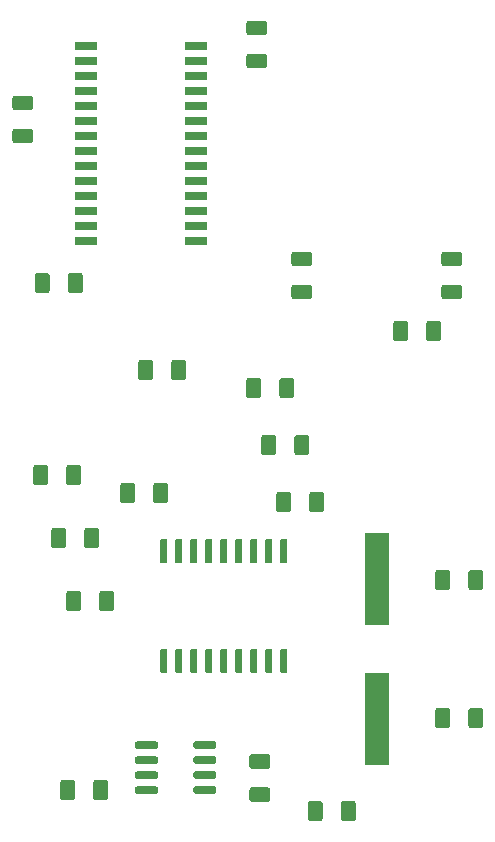
<source format=gbr>
G04 #@! TF.GenerationSoftware,KiCad,Pcbnew,(5.1.4)-1*
G04 #@! TF.CreationDate,2019-11-01T17:51:28+00:00*
G04 #@! TF.ProjectId,canbus_boiler_switch,63616e62-7573-45f6-926f-696c65725f73,rev?*
G04 #@! TF.SameCoordinates,Original*
G04 #@! TF.FileFunction,Paste,Top*
G04 #@! TF.FilePolarity,Positive*
%FSLAX46Y46*%
G04 Gerber Fmt 4.6, Leading zero omitted, Abs format (unit mm)*
G04 Created by KiCad (PCBNEW (5.1.4)-1) date 2019-11-01 17:51:28*
%MOMM*%
%LPD*%
G04 APERTURE LIST*
%ADD10R,2.000000X7.875000*%
%ADD11R,1.850000X0.650000*%
%ADD12C,0.100000*%
%ADD13C,0.600000*%
%ADD14C,1.250000*%
G04 APERTURE END LIST*
D10*
X90932000Y-187039500D03*
X90932000Y-175164500D03*
D11*
X66294000Y-146558000D03*
X66294000Y-145288000D03*
X66294000Y-144018000D03*
X66294000Y-142748000D03*
X66294000Y-141478000D03*
X66294000Y-140208000D03*
X66294000Y-138938000D03*
X66294000Y-137668000D03*
X66294000Y-136398000D03*
X66294000Y-135128000D03*
X66294000Y-133858000D03*
X66294000Y-132588000D03*
X66294000Y-131318000D03*
X66294000Y-130048000D03*
X75644000Y-130048000D03*
X75644000Y-131318000D03*
X75644000Y-132588000D03*
X75644000Y-133858000D03*
X75644000Y-135128000D03*
X75644000Y-136398000D03*
X75644000Y-137668000D03*
X75644000Y-138938000D03*
X75644000Y-140208000D03*
X75644000Y-141478000D03*
X75644000Y-142748000D03*
X75644000Y-144018000D03*
X75644000Y-145288000D03*
X75644000Y-146558000D03*
D12*
G36*
X72278703Y-192740722D02*
G01*
X72293264Y-192742882D01*
X72307543Y-192746459D01*
X72321403Y-192751418D01*
X72334710Y-192757712D01*
X72347336Y-192765280D01*
X72359159Y-192774048D01*
X72370066Y-192783934D01*
X72379952Y-192794841D01*
X72388720Y-192806664D01*
X72396288Y-192819290D01*
X72402582Y-192832597D01*
X72407541Y-192846457D01*
X72411118Y-192860736D01*
X72413278Y-192875297D01*
X72414000Y-192890000D01*
X72414000Y-193190000D01*
X72413278Y-193204703D01*
X72411118Y-193219264D01*
X72407541Y-193233543D01*
X72402582Y-193247403D01*
X72396288Y-193260710D01*
X72388720Y-193273336D01*
X72379952Y-193285159D01*
X72370066Y-193296066D01*
X72359159Y-193305952D01*
X72347336Y-193314720D01*
X72334710Y-193322288D01*
X72321403Y-193328582D01*
X72307543Y-193333541D01*
X72293264Y-193337118D01*
X72278703Y-193339278D01*
X72264000Y-193340000D01*
X70614000Y-193340000D01*
X70599297Y-193339278D01*
X70584736Y-193337118D01*
X70570457Y-193333541D01*
X70556597Y-193328582D01*
X70543290Y-193322288D01*
X70530664Y-193314720D01*
X70518841Y-193305952D01*
X70507934Y-193296066D01*
X70498048Y-193285159D01*
X70489280Y-193273336D01*
X70481712Y-193260710D01*
X70475418Y-193247403D01*
X70470459Y-193233543D01*
X70466882Y-193219264D01*
X70464722Y-193204703D01*
X70464000Y-193190000D01*
X70464000Y-192890000D01*
X70464722Y-192875297D01*
X70466882Y-192860736D01*
X70470459Y-192846457D01*
X70475418Y-192832597D01*
X70481712Y-192819290D01*
X70489280Y-192806664D01*
X70498048Y-192794841D01*
X70507934Y-192783934D01*
X70518841Y-192774048D01*
X70530664Y-192765280D01*
X70543290Y-192757712D01*
X70556597Y-192751418D01*
X70570457Y-192746459D01*
X70584736Y-192742882D01*
X70599297Y-192740722D01*
X70614000Y-192740000D01*
X72264000Y-192740000D01*
X72278703Y-192740722D01*
X72278703Y-192740722D01*
G37*
D13*
X71439000Y-193040000D03*
D12*
G36*
X72278703Y-191470722D02*
G01*
X72293264Y-191472882D01*
X72307543Y-191476459D01*
X72321403Y-191481418D01*
X72334710Y-191487712D01*
X72347336Y-191495280D01*
X72359159Y-191504048D01*
X72370066Y-191513934D01*
X72379952Y-191524841D01*
X72388720Y-191536664D01*
X72396288Y-191549290D01*
X72402582Y-191562597D01*
X72407541Y-191576457D01*
X72411118Y-191590736D01*
X72413278Y-191605297D01*
X72414000Y-191620000D01*
X72414000Y-191920000D01*
X72413278Y-191934703D01*
X72411118Y-191949264D01*
X72407541Y-191963543D01*
X72402582Y-191977403D01*
X72396288Y-191990710D01*
X72388720Y-192003336D01*
X72379952Y-192015159D01*
X72370066Y-192026066D01*
X72359159Y-192035952D01*
X72347336Y-192044720D01*
X72334710Y-192052288D01*
X72321403Y-192058582D01*
X72307543Y-192063541D01*
X72293264Y-192067118D01*
X72278703Y-192069278D01*
X72264000Y-192070000D01*
X70614000Y-192070000D01*
X70599297Y-192069278D01*
X70584736Y-192067118D01*
X70570457Y-192063541D01*
X70556597Y-192058582D01*
X70543290Y-192052288D01*
X70530664Y-192044720D01*
X70518841Y-192035952D01*
X70507934Y-192026066D01*
X70498048Y-192015159D01*
X70489280Y-192003336D01*
X70481712Y-191990710D01*
X70475418Y-191977403D01*
X70470459Y-191963543D01*
X70466882Y-191949264D01*
X70464722Y-191934703D01*
X70464000Y-191920000D01*
X70464000Y-191620000D01*
X70464722Y-191605297D01*
X70466882Y-191590736D01*
X70470459Y-191576457D01*
X70475418Y-191562597D01*
X70481712Y-191549290D01*
X70489280Y-191536664D01*
X70498048Y-191524841D01*
X70507934Y-191513934D01*
X70518841Y-191504048D01*
X70530664Y-191495280D01*
X70543290Y-191487712D01*
X70556597Y-191481418D01*
X70570457Y-191476459D01*
X70584736Y-191472882D01*
X70599297Y-191470722D01*
X70614000Y-191470000D01*
X72264000Y-191470000D01*
X72278703Y-191470722D01*
X72278703Y-191470722D01*
G37*
D13*
X71439000Y-191770000D03*
D12*
G36*
X72278703Y-190200722D02*
G01*
X72293264Y-190202882D01*
X72307543Y-190206459D01*
X72321403Y-190211418D01*
X72334710Y-190217712D01*
X72347336Y-190225280D01*
X72359159Y-190234048D01*
X72370066Y-190243934D01*
X72379952Y-190254841D01*
X72388720Y-190266664D01*
X72396288Y-190279290D01*
X72402582Y-190292597D01*
X72407541Y-190306457D01*
X72411118Y-190320736D01*
X72413278Y-190335297D01*
X72414000Y-190350000D01*
X72414000Y-190650000D01*
X72413278Y-190664703D01*
X72411118Y-190679264D01*
X72407541Y-190693543D01*
X72402582Y-190707403D01*
X72396288Y-190720710D01*
X72388720Y-190733336D01*
X72379952Y-190745159D01*
X72370066Y-190756066D01*
X72359159Y-190765952D01*
X72347336Y-190774720D01*
X72334710Y-190782288D01*
X72321403Y-190788582D01*
X72307543Y-190793541D01*
X72293264Y-190797118D01*
X72278703Y-190799278D01*
X72264000Y-190800000D01*
X70614000Y-190800000D01*
X70599297Y-190799278D01*
X70584736Y-190797118D01*
X70570457Y-190793541D01*
X70556597Y-190788582D01*
X70543290Y-190782288D01*
X70530664Y-190774720D01*
X70518841Y-190765952D01*
X70507934Y-190756066D01*
X70498048Y-190745159D01*
X70489280Y-190733336D01*
X70481712Y-190720710D01*
X70475418Y-190707403D01*
X70470459Y-190693543D01*
X70466882Y-190679264D01*
X70464722Y-190664703D01*
X70464000Y-190650000D01*
X70464000Y-190350000D01*
X70464722Y-190335297D01*
X70466882Y-190320736D01*
X70470459Y-190306457D01*
X70475418Y-190292597D01*
X70481712Y-190279290D01*
X70489280Y-190266664D01*
X70498048Y-190254841D01*
X70507934Y-190243934D01*
X70518841Y-190234048D01*
X70530664Y-190225280D01*
X70543290Y-190217712D01*
X70556597Y-190211418D01*
X70570457Y-190206459D01*
X70584736Y-190202882D01*
X70599297Y-190200722D01*
X70614000Y-190200000D01*
X72264000Y-190200000D01*
X72278703Y-190200722D01*
X72278703Y-190200722D01*
G37*
D13*
X71439000Y-190500000D03*
D12*
G36*
X72278703Y-188930722D02*
G01*
X72293264Y-188932882D01*
X72307543Y-188936459D01*
X72321403Y-188941418D01*
X72334710Y-188947712D01*
X72347336Y-188955280D01*
X72359159Y-188964048D01*
X72370066Y-188973934D01*
X72379952Y-188984841D01*
X72388720Y-188996664D01*
X72396288Y-189009290D01*
X72402582Y-189022597D01*
X72407541Y-189036457D01*
X72411118Y-189050736D01*
X72413278Y-189065297D01*
X72414000Y-189080000D01*
X72414000Y-189380000D01*
X72413278Y-189394703D01*
X72411118Y-189409264D01*
X72407541Y-189423543D01*
X72402582Y-189437403D01*
X72396288Y-189450710D01*
X72388720Y-189463336D01*
X72379952Y-189475159D01*
X72370066Y-189486066D01*
X72359159Y-189495952D01*
X72347336Y-189504720D01*
X72334710Y-189512288D01*
X72321403Y-189518582D01*
X72307543Y-189523541D01*
X72293264Y-189527118D01*
X72278703Y-189529278D01*
X72264000Y-189530000D01*
X70614000Y-189530000D01*
X70599297Y-189529278D01*
X70584736Y-189527118D01*
X70570457Y-189523541D01*
X70556597Y-189518582D01*
X70543290Y-189512288D01*
X70530664Y-189504720D01*
X70518841Y-189495952D01*
X70507934Y-189486066D01*
X70498048Y-189475159D01*
X70489280Y-189463336D01*
X70481712Y-189450710D01*
X70475418Y-189437403D01*
X70470459Y-189423543D01*
X70466882Y-189409264D01*
X70464722Y-189394703D01*
X70464000Y-189380000D01*
X70464000Y-189080000D01*
X70464722Y-189065297D01*
X70466882Y-189050736D01*
X70470459Y-189036457D01*
X70475418Y-189022597D01*
X70481712Y-189009290D01*
X70489280Y-188996664D01*
X70498048Y-188984841D01*
X70507934Y-188973934D01*
X70518841Y-188964048D01*
X70530664Y-188955280D01*
X70543290Y-188947712D01*
X70556597Y-188941418D01*
X70570457Y-188936459D01*
X70584736Y-188932882D01*
X70599297Y-188930722D01*
X70614000Y-188930000D01*
X72264000Y-188930000D01*
X72278703Y-188930722D01*
X72278703Y-188930722D01*
G37*
D13*
X71439000Y-189230000D03*
D12*
G36*
X77228703Y-188930722D02*
G01*
X77243264Y-188932882D01*
X77257543Y-188936459D01*
X77271403Y-188941418D01*
X77284710Y-188947712D01*
X77297336Y-188955280D01*
X77309159Y-188964048D01*
X77320066Y-188973934D01*
X77329952Y-188984841D01*
X77338720Y-188996664D01*
X77346288Y-189009290D01*
X77352582Y-189022597D01*
X77357541Y-189036457D01*
X77361118Y-189050736D01*
X77363278Y-189065297D01*
X77364000Y-189080000D01*
X77364000Y-189380000D01*
X77363278Y-189394703D01*
X77361118Y-189409264D01*
X77357541Y-189423543D01*
X77352582Y-189437403D01*
X77346288Y-189450710D01*
X77338720Y-189463336D01*
X77329952Y-189475159D01*
X77320066Y-189486066D01*
X77309159Y-189495952D01*
X77297336Y-189504720D01*
X77284710Y-189512288D01*
X77271403Y-189518582D01*
X77257543Y-189523541D01*
X77243264Y-189527118D01*
X77228703Y-189529278D01*
X77214000Y-189530000D01*
X75564000Y-189530000D01*
X75549297Y-189529278D01*
X75534736Y-189527118D01*
X75520457Y-189523541D01*
X75506597Y-189518582D01*
X75493290Y-189512288D01*
X75480664Y-189504720D01*
X75468841Y-189495952D01*
X75457934Y-189486066D01*
X75448048Y-189475159D01*
X75439280Y-189463336D01*
X75431712Y-189450710D01*
X75425418Y-189437403D01*
X75420459Y-189423543D01*
X75416882Y-189409264D01*
X75414722Y-189394703D01*
X75414000Y-189380000D01*
X75414000Y-189080000D01*
X75414722Y-189065297D01*
X75416882Y-189050736D01*
X75420459Y-189036457D01*
X75425418Y-189022597D01*
X75431712Y-189009290D01*
X75439280Y-188996664D01*
X75448048Y-188984841D01*
X75457934Y-188973934D01*
X75468841Y-188964048D01*
X75480664Y-188955280D01*
X75493290Y-188947712D01*
X75506597Y-188941418D01*
X75520457Y-188936459D01*
X75534736Y-188932882D01*
X75549297Y-188930722D01*
X75564000Y-188930000D01*
X77214000Y-188930000D01*
X77228703Y-188930722D01*
X77228703Y-188930722D01*
G37*
D13*
X76389000Y-189230000D03*
D12*
G36*
X77228703Y-190200722D02*
G01*
X77243264Y-190202882D01*
X77257543Y-190206459D01*
X77271403Y-190211418D01*
X77284710Y-190217712D01*
X77297336Y-190225280D01*
X77309159Y-190234048D01*
X77320066Y-190243934D01*
X77329952Y-190254841D01*
X77338720Y-190266664D01*
X77346288Y-190279290D01*
X77352582Y-190292597D01*
X77357541Y-190306457D01*
X77361118Y-190320736D01*
X77363278Y-190335297D01*
X77364000Y-190350000D01*
X77364000Y-190650000D01*
X77363278Y-190664703D01*
X77361118Y-190679264D01*
X77357541Y-190693543D01*
X77352582Y-190707403D01*
X77346288Y-190720710D01*
X77338720Y-190733336D01*
X77329952Y-190745159D01*
X77320066Y-190756066D01*
X77309159Y-190765952D01*
X77297336Y-190774720D01*
X77284710Y-190782288D01*
X77271403Y-190788582D01*
X77257543Y-190793541D01*
X77243264Y-190797118D01*
X77228703Y-190799278D01*
X77214000Y-190800000D01*
X75564000Y-190800000D01*
X75549297Y-190799278D01*
X75534736Y-190797118D01*
X75520457Y-190793541D01*
X75506597Y-190788582D01*
X75493290Y-190782288D01*
X75480664Y-190774720D01*
X75468841Y-190765952D01*
X75457934Y-190756066D01*
X75448048Y-190745159D01*
X75439280Y-190733336D01*
X75431712Y-190720710D01*
X75425418Y-190707403D01*
X75420459Y-190693543D01*
X75416882Y-190679264D01*
X75414722Y-190664703D01*
X75414000Y-190650000D01*
X75414000Y-190350000D01*
X75414722Y-190335297D01*
X75416882Y-190320736D01*
X75420459Y-190306457D01*
X75425418Y-190292597D01*
X75431712Y-190279290D01*
X75439280Y-190266664D01*
X75448048Y-190254841D01*
X75457934Y-190243934D01*
X75468841Y-190234048D01*
X75480664Y-190225280D01*
X75493290Y-190217712D01*
X75506597Y-190211418D01*
X75520457Y-190206459D01*
X75534736Y-190202882D01*
X75549297Y-190200722D01*
X75564000Y-190200000D01*
X77214000Y-190200000D01*
X77228703Y-190200722D01*
X77228703Y-190200722D01*
G37*
D13*
X76389000Y-190500000D03*
D12*
G36*
X77228703Y-191470722D02*
G01*
X77243264Y-191472882D01*
X77257543Y-191476459D01*
X77271403Y-191481418D01*
X77284710Y-191487712D01*
X77297336Y-191495280D01*
X77309159Y-191504048D01*
X77320066Y-191513934D01*
X77329952Y-191524841D01*
X77338720Y-191536664D01*
X77346288Y-191549290D01*
X77352582Y-191562597D01*
X77357541Y-191576457D01*
X77361118Y-191590736D01*
X77363278Y-191605297D01*
X77364000Y-191620000D01*
X77364000Y-191920000D01*
X77363278Y-191934703D01*
X77361118Y-191949264D01*
X77357541Y-191963543D01*
X77352582Y-191977403D01*
X77346288Y-191990710D01*
X77338720Y-192003336D01*
X77329952Y-192015159D01*
X77320066Y-192026066D01*
X77309159Y-192035952D01*
X77297336Y-192044720D01*
X77284710Y-192052288D01*
X77271403Y-192058582D01*
X77257543Y-192063541D01*
X77243264Y-192067118D01*
X77228703Y-192069278D01*
X77214000Y-192070000D01*
X75564000Y-192070000D01*
X75549297Y-192069278D01*
X75534736Y-192067118D01*
X75520457Y-192063541D01*
X75506597Y-192058582D01*
X75493290Y-192052288D01*
X75480664Y-192044720D01*
X75468841Y-192035952D01*
X75457934Y-192026066D01*
X75448048Y-192015159D01*
X75439280Y-192003336D01*
X75431712Y-191990710D01*
X75425418Y-191977403D01*
X75420459Y-191963543D01*
X75416882Y-191949264D01*
X75414722Y-191934703D01*
X75414000Y-191920000D01*
X75414000Y-191620000D01*
X75414722Y-191605297D01*
X75416882Y-191590736D01*
X75420459Y-191576457D01*
X75425418Y-191562597D01*
X75431712Y-191549290D01*
X75439280Y-191536664D01*
X75448048Y-191524841D01*
X75457934Y-191513934D01*
X75468841Y-191504048D01*
X75480664Y-191495280D01*
X75493290Y-191487712D01*
X75506597Y-191481418D01*
X75520457Y-191476459D01*
X75534736Y-191472882D01*
X75549297Y-191470722D01*
X75564000Y-191470000D01*
X77214000Y-191470000D01*
X77228703Y-191470722D01*
X77228703Y-191470722D01*
G37*
D13*
X76389000Y-191770000D03*
D12*
G36*
X77228703Y-192740722D02*
G01*
X77243264Y-192742882D01*
X77257543Y-192746459D01*
X77271403Y-192751418D01*
X77284710Y-192757712D01*
X77297336Y-192765280D01*
X77309159Y-192774048D01*
X77320066Y-192783934D01*
X77329952Y-192794841D01*
X77338720Y-192806664D01*
X77346288Y-192819290D01*
X77352582Y-192832597D01*
X77357541Y-192846457D01*
X77361118Y-192860736D01*
X77363278Y-192875297D01*
X77364000Y-192890000D01*
X77364000Y-193190000D01*
X77363278Y-193204703D01*
X77361118Y-193219264D01*
X77357541Y-193233543D01*
X77352582Y-193247403D01*
X77346288Y-193260710D01*
X77338720Y-193273336D01*
X77329952Y-193285159D01*
X77320066Y-193296066D01*
X77309159Y-193305952D01*
X77297336Y-193314720D01*
X77284710Y-193322288D01*
X77271403Y-193328582D01*
X77257543Y-193333541D01*
X77243264Y-193337118D01*
X77228703Y-193339278D01*
X77214000Y-193340000D01*
X75564000Y-193340000D01*
X75549297Y-193339278D01*
X75534736Y-193337118D01*
X75520457Y-193333541D01*
X75506597Y-193328582D01*
X75493290Y-193322288D01*
X75480664Y-193314720D01*
X75468841Y-193305952D01*
X75457934Y-193296066D01*
X75448048Y-193285159D01*
X75439280Y-193273336D01*
X75431712Y-193260710D01*
X75425418Y-193247403D01*
X75420459Y-193233543D01*
X75416882Y-193219264D01*
X75414722Y-193204703D01*
X75414000Y-193190000D01*
X75414000Y-192890000D01*
X75414722Y-192875297D01*
X75416882Y-192860736D01*
X75420459Y-192846457D01*
X75425418Y-192832597D01*
X75431712Y-192819290D01*
X75439280Y-192806664D01*
X75448048Y-192794841D01*
X75457934Y-192783934D01*
X75468841Y-192774048D01*
X75480664Y-192765280D01*
X75493290Y-192757712D01*
X75506597Y-192751418D01*
X75520457Y-192746459D01*
X75534736Y-192742882D01*
X75549297Y-192740722D01*
X75564000Y-192740000D01*
X77214000Y-192740000D01*
X77228703Y-192740722D01*
X77228703Y-192740722D01*
G37*
D13*
X76389000Y-193040000D03*
D12*
G36*
X73062703Y-171793722D02*
G01*
X73077264Y-171795882D01*
X73091543Y-171799459D01*
X73105403Y-171804418D01*
X73118710Y-171810712D01*
X73131336Y-171818280D01*
X73143159Y-171827048D01*
X73154066Y-171836934D01*
X73163952Y-171847841D01*
X73172720Y-171859664D01*
X73180288Y-171872290D01*
X73186582Y-171885597D01*
X73191541Y-171899457D01*
X73195118Y-171913736D01*
X73197278Y-171928297D01*
X73198000Y-171943000D01*
X73198000Y-173693000D01*
X73197278Y-173707703D01*
X73195118Y-173722264D01*
X73191541Y-173736543D01*
X73186582Y-173750403D01*
X73180288Y-173763710D01*
X73172720Y-173776336D01*
X73163952Y-173788159D01*
X73154066Y-173799066D01*
X73143159Y-173808952D01*
X73131336Y-173817720D01*
X73118710Y-173825288D01*
X73105403Y-173831582D01*
X73091543Y-173836541D01*
X73077264Y-173840118D01*
X73062703Y-173842278D01*
X73048000Y-173843000D01*
X72748000Y-173843000D01*
X72733297Y-173842278D01*
X72718736Y-173840118D01*
X72704457Y-173836541D01*
X72690597Y-173831582D01*
X72677290Y-173825288D01*
X72664664Y-173817720D01*
X72652841Y-173808952D01*
X72641934Y-173799066D01*
X72632048Y-173788159D01*
X72623280Y-173776336D01*
X72615712Y-173763710D01*
X72609418Y-173750403D01*
X72604459Y-173736543D01*
X72600882Y-173722264D01*
X72598722Y-173707703D01*
X72598000Y-173693000D01*
X72598000Y-171943000D01*
X72598722Y-171928297D01*
X72600882Y-171913736D01*
X72604459Y-171899457D01*
X72609418Y-171885597D01*
X72615712Y-171872290D01*
X72623280Y-171859664D01*
X72632048Y-171847841D01*
X72641934Y-171836934D01*
X72652841Y-171827048D01*
X72664664Y-171818280D01*
X72677290Y-171810712D01*
X72690597Y-171804418D01*
X72704457Y-171799459D01*
X72718736Y-171795882D01*
X72733297Y-171793722D01*
X72748000Y-171793000D01*
X73048000Y-171793000D01*
X73062703Y-171793722D01*
X73062703Y-171793722D01*
G37*
D13*
X72898000Y-172818000D03*
D12*
G36*
X74332703Y-171793722D02*
G01*
X74347264Y-171795882D01*
X74361543Y-171799459D01*
X74375403Y-171804418D01*
X74388710Y-171810712D01*
X74401336Y-171818280D01*
X74413159Y-171827048D01*
X74424066Y-171836934D01*
X74433952Y-171847841D01*
X74442720Y-171859664D01*
X74450288Y-171872290D01*
X74456582Y-171885597D01*
X74461541Y-171899457D01*
X74465118Y-171913736D01*
X74467278Y-171928297D01*
X74468000Y-171943000D01*
X74468000Y-173693000D01*
X74467278Y-173707703D01*
X74465118Y-173722264D01*
X74461541Y-173736543D01*
X74456582Y-173750403D01*
X74450288Y-173763710D01*
X74442720Y-173776336D01*
X74433952Y-173788159D01*
X74424066Y-173799066D01*
X74413159Y-173808952D01*
X74401336Y-173817720D01*
X74388710Y-173825288D01*
X74375403Y-173831582D01*
X74361543Y-173836541D01*
X74347264Y-173840118D01*
X74332703Y-173842278D01*
X74318000Y-173843000D01*
X74018000Y-173843000D01*
X74003297Y-173842278D01*
X73988736Y-173840118D01*
X73974457Y-173836541D01*
X73960597Y-173831582D01*
X73947290Y-173825288D01*
X73934664Y-173817720D01*
X73922841Y-173808952D01*
X73911934Y-173799066D01*
X73902048Y-173788159D01*
X73893280Y-173776336D01*
X73885712Y-173763710D01*
X73879418Y-173750403D01*
X73874459Y-173736543D01*
X73870882Y-173722264D01*
X73868722Y-173707703D01*
X73868000Y-173693000D01*
X73868000Y-171943000D01*
X73868722Y-171928297D01*
X73870882Y-171913736D01*
X73874459Y-171899457D01*
X73879418Y-171885597D01*
X73885712Y-171872290D01*
X73893280Y-171859664D01*
X73902048Y-171847841D01*
X73911934Y-171836934D01*
X73922841Y-171827048D01*
X73934664Y-171818280D01*
X73947290Y-171810712D01*
X73960597Y-171804418D01*
X73974457Y-171799459D01*
X73988736Y-171795882D01*
X74003297Y-171793722D01*
X74018000Y-171793000D01*
X74318000Y-171793000D01*
X74332703Y-171793722D01*
X74332703Y-171793722D01*
G37*
D13*
X74168000Y-172818000D03*
D12*
G36*
X75602703Y-171793722D02*
G01*
X75617264Y-171795882D01*
X75631543Y-171799459D01*
X75645403Y-171804418D01*
X75658710Y-171810712D01*
X75671336Y-171818280D01*
X75683159Y-171827048D01*
X75694066Y-171836934D01*
X75703952Y-171847841D01*
X75712720Y-171859664D01*
X75720288Y-171872290D01*
X75726582Y-171885597D01*
X75731541Y-171899457D01*
X75735118Y-171913736D01*
X75737278Y-171928297D01*
X75738000Y-171943000D01*
X75738000Y-173693000D01*
X75737278Y-173707703D01*
X75735118Y-173722264D01*
X75731541Y-173736543D01*
X75726582Y-173750403D01*
X75720288Y-173763710D01*
X75712720Y-173776336D01*
X75703952Y-173788159D01*
X75694066Y-173799066D01*
X75683159Y-173808952D01*
X75671336Y-173817720D01*
X75658710Y-173825288D01*
X75645403Y-173831582D01*
X75631543Y-173836541D01*
X75617264Y-173840118D01*
X75602703Y-173842278D01*
X75588000Y-173843000D01*
X75288000Y-173843000D01*
X75273297Y-173842278D01*
X75258736Y-173840118D01*
X75244457Y-173836541D01*
X75230597Y-173831582D01*
X75217290Y-173825288D01*
X75204664Y-173817720D01*
X75192841Y-173808952D01*
X75181934Y-173799066D01*
X75172048Y-173788159D01*
X75163280Y-173776336D01*
X75155712Y-173763710D01*
X75149418Y-173750403D01*
X75144459Y-173736543D01*
X75140882Y-173722264D01*
X75138722Y-173707703D01*
X75138000Y-173693000D01*
X75138000Y-171943000D01*
X75138722Y-171928297D01*
X75140882Y-171913736D01*
X75144459Y-171899457D01*
X75149418Y-171885597D01*
X75155712Y-171872290D01*
X75163280Y-171859664D01*
X75172048Y-171847841D01*
X75181934Y-171836934D01*
X75192841Y-171827048D01*
X75204664Y-171818280D01*
X75217290Y-171810712D01*
X75230597Y-171804418D01*
X75244457Y-171799459D01*
X75258736Y-171795882D01*
X75273297Y-171793722D01*
X75288000Y-171793000D01*
X75588000Y-171793000D01*
X75602703Y-171793722D01*
X75602703Y-171793722D01*
G37*
D13*
X75438000Y-172818000D03*
D12*
G36*
X76872703Y-171793722D02*
G01*
X76887264Y-171795882D01*
X76901543Y-171799459D01*
X76915403Y-171804418D01*
X76928710Y-171810712D01*
X76941336Y-171818280D01*
X76953159Y-171827048D01*
X76964066Y-171836934D01*
X76973952Y-171847841D01*
X76982720Y-171859664D01*
X76990288Y-171872290D01*
X76996582Y-171885597D01*
X77001541Y-171899457D01*
X77005118Y-171913736D01*
X77007278Y-171928297D01*
X77008000Y-171943000D01*
X77008000Y-173693000D01*
X77007278Y-173707703D01*
X77005118Y-173722264D01*
X77001541Y-173736543D01*
X76996582Y-173750403D01*
X76990288Y-173763710D01*
X76982720Y-173776336D01*
X76973952Y-173788159D01*
X76964066Y-173799066D01*
X76953159Y-173808952D01*
X76941336Y-173817720D01*
X76928710Y-173825288D01*
X76915403Y-173831582D01*
X76901543Y-173836541D01*
X76887264Y-173840118D01*
X76872703Y-173842278D01*
X76858000Y-173843000D01*
X76558000Y-173843000D01*
X76543297Y-173842278D01*
X76528736Y-173840118D01*
X76514457Y-173836541D01*
X76500597Y-173831582D01*
X76487290Y-173825288D01*
X76474664Y-173817720D01*
X76462841Y-173808952D01*
X76451934Y-173799066D01*
X76442048Y-173788159D01*
X76433280Y-173776336D01*
X76425712Y-173763710D01*
X76419418Y-173750403D01*
X76414459Y-173736543D01*
X76410882Y-173722264D01*
X76408722Y-173707703D01*
X76408000Y-173693000D01*
X76408000Y-171943000D01*
X76408722Y-171928297D01*
X76410882Y-171913736D01*
X76414459Y-171899457D01*
X76419418Y-171885597D01*
X76425712Y-171872290D01*
X76433280Y-171859664D01*
X76442048Y-171847841D01*
X76451934Y-171836934D01*
X76462841Y-171827048D01*
X76474664Y-171818280D01*
X76487290Y-171810712D01*
X76500597Y-171804418D01*
X76514457Y-171799459D01*
X76528736Y-171795882D01*
X76543297Y-171793722D01*
X76558000Y-171793000D01*
X76858000Y-171793000D01*
X76872703Y-171793722D01*
X76872703Y-171793722D01*
G37*
D13*
X76708000Y-172818000D03*
D12*
G36*
X78142703Y-171793722D02*
G01*
X78157264Y-171795882D01*
X78171543Y-171799459D01*
X78185403Y-171804418D01*
X78198710Y-171810712D01*
X78211336Y-171818280D01*
X78223159Y-171827048D01*
X78234066Y-171836934D01*
X78243952Y-171847841D01*
X78252720Y-171859664D01*
X78260288Y-171872290D01*
X78266582Y-171885597D01*
X78271541Y-171899457D01*
X78275118Y-171913736D01*
X78277278Y-171928297D01*
X78278000Y-171943000D01*
X78278000Y-173693000D01*
X78277278Y-173707703D01*
X78275118Y-173722264D01*
X78271541Y-173736543D01*
X78266582Y-173750403D01*
X78260288Y-173763710D01*
X78252720Y-173776336D01*
X78243952Y-173788159D01*
X78234066Y-173799066D01*
X78223159Y-173808952D01*
X78211336Y-173817720D01*
X78198710Y-173825288D01*
X78185403Y-173831582D01*
X78171543Y-173836541D01*
X78157264Y-173840118D01*
X78142703Y-173842278D01*
X78128000Y-173843000D01*
X77828000Y-173843000D01*
X77813297Y-173842278D01*
X77798736Y-173840118D01*
X77784457Y-173836541D01*
X77770597Y-173831582D01*
X77757290Y-173825288D01*
X77744664Y-173817720D01*
X77732841Y-173808952D01*
X77721934Y-173799066D01*
X77712048Y-173788159D01*
X77703280Y-173776336D01*
X77695712Y-173763710D01*
X77689418Y-173750403D01*
X77684459Y-173736543D01*
X77680882Y-173722264D01*
X77678722Y-173707703D01*
X77678000Y-173693000D01*
X77678000Y-171943000D01*
X77678722Y-171928297D01*
X77680882Y-171913736D01*
X77684459Y-171899457D01*
X77689418Y-171885597D01*
X77695712Y-171872290D01*
X77703280Y-171859664D01*
X77712048Y-171847841D01*
X77721934Y-171836934D01*
X77732841Y-171827048D01*
X77744664Y-171818280D01*
X77757290Y-171810712D01*
X77770597Y-171804418D01*
X77784457Y-171799459D01*
X77798736Y-171795882D01*
X77813297Y-171793722D01*
X77828000Y-171793000D01*
X78128000Y-171793000D01*
X78142703Y-171793722D01*
X78142703Y-171793722D01*
G37*
D13*
X77978000Y-172818000D03*
D12*
G36*
X79412703Y-171793722D02*
G01*
X79427264Y-171795882D01*
X79441543Y-171799459D01*
X79455403Y-171804418D01*
X79468710Y-171810712D01*
X79481336Y-171818280D01*
X79493159Y-171827048D01*
X79504066Y-171836934D01*
X79513952Y-171847841D01*
X79522720Y-171859664D01*
X79530288Y-171872290D01*
X79536582Y-171885597D01*
X79541541Y-171899457D01*
X79545118Y-171913736D01*
X79547278Y-171928297D01*
X79548000Y-171943000D01*
X79548000Y-173693000D01*
X79547278Y-173707703D01*
X79545118Y-173722264D01*
X79541541Y-173736543D01*
X79536582Y-173750403D01*
X79530288Y-173763710D01*
X79522720Y-173776336D01*
X79513952Y-173788159D01*
X79504066Y-173799066D01*
X79493159Y-173808952D01*
X79481336Y-173817720D01*
X79468710Y-173825288D01*
X79455403Y-173831582D01*
X79441543Y-173836541D01*
X79427264Y-173840118D01*
X79412703Y-173842278D01*
X79398000Y-173843000D01*
X79098000Y-173843000D01*
X79083297Y-173842278D01*
X79068736Y-173840118D01*
X79054457Y-173836541D01*
X79040597Y-173831582D01*
X79027290Y-173825288D01*
X79014664Y-173817720D01*
X79002841Y-173808952D01*
X78991934Y-173799066D01*
X78982048Y-173788159D01*
X78973280Y-173776336D01*
X78965712Y-173763710D01*
X78959418Y-173750403D01*
X78954459Y-173736543D01*
X78950882Y-173722264D01*
X78948722Y-173707703D01*
X78948000Y-173693000D01*
X78948000Y-171943000D01*
X78948722Y-171928297D01*
X78950882Y-171913736D01*
X78954459Y-171899457D01*
X78959418Y-171885597D01*
X78965712Y-171872290D01*
X78973280Y-171859664D01*
X78982048Y-171847841D01*
X78991934Y-171836934D01*
X79002841Y-171827048D01*
X79014664Y-171818280D01*
X79027290Y-171810712D01*
X79040597Y-171804418D01*
X79054457Y-171799459D01*
X79068736Y-171795882D01*
X79083297Y-171793722D01*
X79098000Y-171793000D01*
X79398000Y-171793000D01*
X79412703Y-171793722D01*
X79412703Y-171793722D01*
G37*
D13*
X79248000Y-172818000D03*
D12*
G36*
X80682703Y-171793722D02*
G01*
X80697264Y-171795882D01*
X80711543Y-171799459D01*
X80725403Y-171804418D01*
X80738710Y-171810712D01*
X80751336Y-171818280D01*
X80763159Y-171827048D01*
X80774066Y-171836934D01*
X80783952Y-171847841D01*
X80792720Y-171859664D01*
X80800288Y-171872290D01*
X80806582Y-171885597D01*
X80811541Y-171899457D01*
X80815118Y-171913736D01*
X80817278Y-171928297D01*
X80818000Y-171943000D01*
X80818000Y-173693000D01*
X80817278Y-173707703D01*
X80815118Y-173722264D01*
X80811541Y-173736543D01*
X80806582Y-173750403D01*
X80800288Y-173763710D01*
X80792720Y-173776336D01*
X80783952Y-173788159D01*
X80774066Y-173799066D01*
X80763159Y-173808952D01*
X80751336Y-173817720D01*
X80738710Y-173825288D01*
X80725403Y-173831582D01*
X80711543Y-173836541D01*
X80697264Y-173840118D01*
X80682703Y-173842278D01*
X80668000Y-173843000D01*
X80368000Y-173843000D01*
X80353297Y-173842278D01*
X80338736Y-173840118D01*
X80324457Y-173836541D01*
X80310597Y-173831582D01*
X80297290Y-173825288D01*
X80284664Y-173817720D01*
X80272841Y-173808952D01*
X80261934Y-173799066D01*
X80252048Y-173788159D01*
X80243280Y-173776336D01*
X80235712Y-173763710D01*
X80229418Y-173750403D01*
X80224459Y-173736543D01*
X80220882Y-173722264D01*
X80218722Y-173707703D01*
X80218000Y-173693000D01*
X80218000Y-171943000D01*
X80218722Y-171928297D01*
X80220882Y-171913736D01*
X80224459Y-171899457D01*
X80229418Y-171885597D01*
X80235712Y-171872290D01*
X80243280Y-171859664D01*
X80252048Y-171847841D01*
X80261934Y-171836934D01*
X80272841Y-171827048D01*
X80284664Y-171818280D01*
X80297290Y-171810712D01*
X80310597Y-171804418D01*
X80324457Y-171799459D01*
X80338736Y-171795882D01*
X80353297Y-171793722D01*
X80368000Y-171793000D01*
X80668000Y-171793000D01*
X80682703Y-171793722D01*
X80682703Y-171793722D01*
G37*
D13*
X80518000Y-172818000D03*
D12*
G36*
X81952703Y-171793722D02*
G01*
X81967264Y-171795882D01*
X81981543Y-171799459D01*
X81995403Y-171804418D01*
X82008710Y-171810712D01*
X82021336Y-171818280D01*
X82033159Y-171827048D01*
X82044066Y-171836934D01*
X82053952Y-171847841D01*
X82062720Y-171859664D01*
X82070288Y-171872290D01*
X82076582Y-171885597D01*
X82081541Y-171899457D01*
X82085118Y-171913736D01*
X82087278Y-171928297D01*
X82088000Y-171943000D01*
X82088000Y-173693000D01*
X82087278Y-173707703D01*
X82085118Y-173722264D01*
X82081541Y-173736543D01*
X82076582Y-173750403D01*
X82070288Y-173763710D01*
X82062720Y-173776336D01*
X82053952Y-173788159D01*
X82044066Y-173799066D01*
X82033159Y-173808952D01*
X82021336Y-173817720D01*
X82008710Y-173825288D01*
X81995403Y-173831582D01*
X81981543Y-173836541D01*
X81967264Y-173840118D01*
X81952703Y-173842278D01*
X81938000Y-173843000D01*
X81638000Y-173843000D01*
X81623297Y-173842278D01*
X81608736Y-173840118D01*
X81594457Y-173836541D01*
X81580597Y-173831582D01*
X81567290Y-173825288D01*
X81554664Y-173817720D01*
X81542841Y-173808952D01*
X81531934Y-173799066D01*
X81522048Y-173788159D01*
X81513280Y-173776336D01*
X81505712Y-173763710D01*
X81499418Y-173750403D01*
X81494459Y-173736543D01*
X81490882Y-173722264D01*
X81488722Y-173707703D01*
X81488000Y-173693000D01*
X81488000Y-171943000D01*
X81488722Y-171928297D01*
X81490882Y-171913736D01*
X81494459Y-171899457D01*
X81499418Y-171885597D01*
X81505712Y-171872290D01*
X81513280Y-171859664D01*
X81522048Y-171847841D01*
X81531934Y-171836934D01*
X81542841Y-171827048D01*
X81554664Y-171818280D01*
X81567290Y-171810712D01*
X81580597Y-171804418D01*
X81594457Y-171799459D01*
X81608736Y-171795882D01*
X81623297Y-171793722D01*
X81638000Y-171793000D01*
X81938000Y-171793000D01*
X81952703Y-171793722D01*
X81952703Y-171793722D01*
G37*
D13*
X81788000Y-172818000D03*
D12*
G36*
X83222703Y-171793722D02*
G01*
X83237264Y-171795882D01*
X83251543Y-171799459D01*
X83265403Y-171804418D01*
X83278710Y-171810712D01*
X83291336Y-171818280D01*
X83303159Y-171827048D01*
X83314066Y-171836934D01*
X83323952Y-171847841D01*
X83332720Y-171859664D01*
X83340288Y-171872290D01*
X83346582Y-171885597D01*
X83351541Y-171899457D01*
X83355118Y-171913736D01*
X83357278Y-171928297D01*
X83358000Y-171943000D01*
X83358000Y-173693000D01*
X83357278Y-173707703D01*
X83355118Y-173722264D01*
X83351541Y-173736543D01*
X83346582Y-173750403D01*
X83340288Y-173763710D01*
X83332720Y-173776336D01*
X83323952Y-173788159D01*
X83314066Y-173799066D01*
X83303159Y-173808952D01*
X83291336Y-173817720D01*
X83278710Y-173825288D01*
X83265403Y-173831582D01*
X83251543Y-173836541D01*
X83237264Y-173840118D01*
X83222703Y-173842278D01*
X83208000Y-173843000D01*
X82908000Y-173843000D01*
X82893297Y-173842278D01*
X82878736Y-173840118D01*
X82864457Y-173836541D01*
X82850597Y-173831582D01*
X82837290Y-173825288D01*
X82824664Y-173817720D01*
X82812841Y-173808952D01*
X82801934Y-173799066D01*
X82792048Y-173788159D01*
X82783280Y-173776336D01*
X82775712Y-173763710D01*
X82769418Y-173750403D01*
X82764459Y-173736543D01*
X82760882Y-173722264D01*
X82758722Y-173707703D01*
X82758000Y-173693000D01*
X82758000Y-171943000D01*
X82758722Y-171928297D01*
X82760882Y-171913736D01*
X82764459Y-171899457D01*
X82769418Y-171885597D01*
X82775712Y-171872290D01*
X82783280Y-171859664D01*
X82792048Y-171847841D01*
X82801934Y-171836934D01*
X82812841Y-171827048D01*
X82824664Y-171818280D01*
X82837290Y-171810712D01*
X82850597Y-171804418D01*
X82864457Y-171799459D01*
X82878736Y-171795882D01*
X82893297Y-171793722D01*
X82908000Y-171793000D01*
X83208000Y-171793000D01*
X83222703Y-171793722D01*
X83222703Y-171793722D01*
G37*
D13*
X83058000Y-172818000D03*
D12*
G36*
X83222703Y-181093722D02*
G01*
X83237264Y-181095882D01*
X83251543Y-181099459D01*
X83265403Y-181104418D01*
X83278710Y-181110712D01*
X83291336Y-181118280D01*
X83303159Y-181127048D01*
X83314066Y-181136934D01*
X83323952Y-181147841D01*
X83332720Y-181159664D01*
X83340288Y-181172290D01*
X83346582Y-181185597D01*
X83351541Y-181199457D01*
X83355118Y-181213736D01*
X83357278Y-181228297D01*
X83358000Y-181243000D01*
X83358000Y-182993000D01*
X83357278Y-183007703D01*
X83355118Y-183022264D01*
X83351541Y-183036543D01*
X83346582Y-183050403D01*
X83340288Y-183063710D01*
X83332720Y-183076336D01*
X83323952Y-183088159D01*
X83314066Y-183099066D01*
X83303159Y-183108952D01*
X83291336Y-183117720D01*
X83278710Y-183125288D01*
X83265403Y-183131582D01*
X83251543Y-183136541D01*
X83237264Y-183140118D01*
X83222703Y-183142278D01*
X83208000Y-183143000D01*
X82908000Y-183143000D01*
X82893297Y-183142278D01*
X82878736Y-183140118D01*
X82864457Y-183136541D01*
X82850597Y-183131582D01*
X82837290Y-183125288D01*
X82824664Y-183117720D01*
X82812841Y-183108952D01*
X82801934Y-183099066D01*
X82792048Y-183088159D01*
X82783280Y-183076336D01*
X82775712Y-183063710D01*
X82769418Y-183050403D01*
X82764459Y-183036543D01*
X82760882Y-183022264D01*
X82758722Y-183007703D01*
X82758000Y-182993000D01*
X82758000Y-181243000D01*
X82758722Y-181228297D01*
X82760882Y-181213736D01*
X82764459Y-181199457D01*
X82769418Y-181185597D01*
X82775712Y-181172290D01*
X82783280Y-181159664D01*
X82792048Y-181147841D01*
X82801934Y-181136934D01*
X82812841Y-181127048D01*
X82824664Y-181118280D01*
X82837290Y-181110712D01*
X82850597Y-181104418D01*
X82864457Y-181099459D01*
X82878736Y-181095882D01*
X82893297Y-181093722D01*
X82908000Y-181093000D01*
X83208000Y-181093000D01*
X83222703Y-181093722D01*
X83222703Y-181093722D01*
G37*
D13*
X83058000Y-182118000D03*
D12*
G36*
X81952703Y-181093722D02*
G01*
X81967264Y-181095882D01*
X81981543Y-181099459D01*
X81995403Y-181104418D01*
X82008710Y-181110712D01*
X82021336Y-181118280D01*
X82033159Y-181127048D01*
X82044066Y-181136934D01*
X82053952Y-181147841D01*
X82062720Y-181159664D01*
X82070288Y-181172290D01*
X82076582Y-181185597D01*
X82081541Y-181199457D01*
X82085118Y-181213736D01*
X82087278Y-181228297D01*
X82088000Y-181243000D01*
X82088000Y-182993000D01*
X82087278Y-183007703D01*
X82085118Y-183022264D01*
X82081541Y-183036543D01*
X82076582Y-183050403D01*
X82070288Y-183063710D01*
X82062720Y-183076336D01*
X82053952Y-183088159D01*
X82044066Y-183099066D01*
X82033159Y-183108952D01*
X82021336Y-183117720D01*
X82008710Y-183125288D01*
X81995403Y-183131582D01*
X81981543Y-183136541D01*
X81967264Y-183140118D01*
X81952703Y-183142278D01*
X81938000Y-183143000D01*
X81638000Y-183143000D01*
X81623297Y-183142278D01*
X81608736Y-183140118D01*
X81594457Y-183136541D01*
X81580597Y-183131582D01*
X81567290Y-183125288D01*
X81554664Y-183117720D01*
X81542841Y-183108952D01*
X81531934Y-183099066D01*
X81522048Y-183088159D01*
X81513280Y-183076336D01*
X81505712Y-183063710D01*
X81499418Y-183050403D01*
X81494459Y-183036543D01*
X81490882Y-183022264D01*
X81488722Y-183007703D01*
X81488000Y-182993000D01*
X81488000Y-181243000D01*
X81488722Y-181228297D01*
X81490882Y-181213736D01*
X81494459Y-181199457D01*
X81499418Y-181185597D01*
X81505712Y-181172290D01*
X81513280Y-181159664D01*
X81522048Y-181147841D01*
X81531934Y-181136934D01*
X81542841Y-181127048D01*
X81554664Y-181118280D01*
X81567290Y-181110712D01*
X81580597Y-181104418D01*
X81594457Y-181099459D01*
X81608736Y-181095882D01*
X81623297Y-181093722D01*
X81638000Y-181093000D01*
X81938000Y-181093000D01*
X81952703Y-181093722D01*
X81952703Y-181093722D01*
G37*
D13*
X81788000Y-182118000D03*
D12*
G36*
X80682703Y-181093722D02*
G01*
X80697264Y-181095882D01*
X80711543Y-181099459D01*
X80725403Y-181104418D01*
X80738710Y-181110712D01*
X80751336Y-181118280D01*
X80763159Y-181127048D01*
X80774066Y-181136934D01*
X80783952Y-181147841D01*
X80792720Y-181159664D01*
X80800288Y-181172290D01*
X80806582Y-181185597D01*
X80811541Y-181199457D01*
X80815118Y-181213736D01*
X80817278Y-181228297D01*
X80818000Y-181243000D01*
X80818000Y-182993000D01*
X80817278Y-183007703D01*
X80815118Y-183022264D01*
X80811541Y-183036543D01*
X80806582Y-183050403D01*
X80800288Y-183063710D01*
X80792720Y-183076336D01*
X80783952Y-183088159D01*
X80774066Y-183099066D01*
X80763159Y-183108952D01*
X80751336Y-183117720D01*
X80738710Y-183125288D01*
X80725403Y-183131582D01*
X80711543Y-183136541D01*
X80697264Y-183140118D01*
X80682703Y-183142278D01*
X80668000Y-183143000D01*
X80368000Y-183143000D01*
X80353297Y-183142278D01*
X80338736Y-183140118D01*
X80324457Y-183136541D01*
X80310597Y-183131582D01*
X80297290Y-183125288D01*
X80284664Y-183117720D01*
X80272841Y-183108952D01*
X80261934Y-183099066D01*
X80252048Y-183088159D01*
X80243280Y-183076336D01*
X80235712Y-183063710D01*
X80229418Y-183050403D01*
X80224459Y-183036543D01*
X80220882Y-183022264D01*
X80218722Y-183007703D01*
X80218000Y-182993000D01*
X80218000Y-181243000D01*
X80218722Y-181228297D01*
X80220882Y-181213736D01*
X80224459Y-181199457D01*
X80229418Y-181185597D01*
X80235712Y-181172290D01*
X80243280Y-181159664D01*
X80252048Y-181147841D01*
X80261934Y-181136934D01*
X80272841Y-181127048D01*
X80284664Y-181118280D01*
X80297290Y-181110712D01*
X80310597Y-181104418D01*
X80324457Y-181099459D01*
X80338736Y-181095882D01*
X80353297Y-181093722D01*
X80368000Y-181093000D01*
X80668000Y-181093000D01*
X80682703Y-181093722D01*
X80682703Y-181093722D01*
G37*
D13*
X80518000Y-182118000D03*
D12*
G36*
X79412703Y-181093722D02*
G01*
X79427264Y-181095882D01*
X79441543Y-181099459D01*
X79455403Y-181104418D01*
X79468710Y-181110712D01*
X79481336Y-181118280D01*
X79493159Y-181127048D01*
X79504066Y-181136934D01*
X79513952Y-181147841D01*
X79522720Y-181159664D01*
X79530288Y-181172290D01*
X79536582Y-181185597D01*
X79541541Y-181199457D01*
X79545118Y-181213736D01*
X79547278Y-181228297D01*
X79548000Y-181243000D01*
X79548000Y-182993000D01*
X79547278Y-183007703D01*
X79545118Y-183022264D01*
X79541541Y-183036543D01*
X79536582Y-183050403D01*
X79530288Y-183063710D01*
X79522720Y-183076336D01*
X79513952Y-183088159D01*
X79504066Y-183099066D01*
X79493159Y-183108952D01*
X79481336Y-183117720D01*
X79468710Y-183125288D01*
X79455403Y-183131582D01*
X79441543Y-183136541D01*
X79427264Y-183140118D01*
X79412703Y-183142278D01*
X79398000Y-183143000D01*
X79098000Y-183143000D01*
X79083297Y-183142278D01*
X79068736Y-183140118D01*
X79054457Y-183136541D01*
X79040597Y-183131582D01*
X79027290Y-183125288D01*
X79014664Y-183117720D01*
X79002841Y-183108952D01*
X78991934Y-183099066D01*
X78982048Y-183088159D01*
X78973280Y-183076336D01*
X78965712Y-183063710D01*
X78959418Y-183050403D01*
X78954459Y-183036543D01*
X78950882Y-183022264D01*
X78948722Y-183007703D01*
X78948000Y-182993000D01*
X78948000Y-181243000D01*
X78948722Y-181228297D01*
X78950882Y-181213736D01*
X78954459Y-181199457D01*
X78959418Y-181185597D01*
X78965712Y-181172290D01*
X78973280Y-181159664D01*
X78982048Y-181147841D01*
X78991934Y-181136934D01*
X79002841Y-181127048D01*
X79014664Y-181118280D01*
X79027290Y-181110712D01*
X79040597Y-181104418D01*
X79054457Y-181099459D01*
X79068736Y-181095882D01*
X79083297Y-181093722D01*
X79098000Y-181093000D01*
X79398000Y-181093000D01*
X79412703Y-181093722D01*
X79412703Y-181093722D01*
G37*
D13*
X79248000Y-182118000D03*
D12*
G36*
X78142703Y-181093722D02*
G01*
X78157264Y-181095882D01*
X78171543Y-181099459D01*
X78185403Y-181104418D01*
X78198710Y-181110712D01*
X78211336Y-181118280D01*
X78223159Y-181127048D01*
X78234066Y-181136934D01*
X78243952Y-181147841D01*
X78252720Y-181159664D01*
X78260288Y-181172290D01*
X78266582Y-181185597D01*
X78271541Y-181199457D01*
X78275118Y-181213736D01*
X78277278Y-181228297D01*
X78278000Y-181243000D01*
X78278000Y-182993000D01*
X78277278Y-183007703D01*
X78275118Y-183022264D01*
X78271541Y-183036543D01*
X78266582Y-183050403D01*
X78260288Y-183063710D01*
X78252720Y-183076336D01*
X78243952Y-183088159D01*
X78234066Y-183099066D01*
X78223159Y-183108952D01*
X78211336Y-183117720D01*
X78198710Y-183125288D01*
X78185403Y-183131582D01*
X78171543Y-183136541D01*
X78157264Y-183140118D01*
X78142703Y-183142278D01*
X78128000Y-183143000D01*
X77828000Y-183143000D01*
X77813297Y-183142278D01*
X77798736Y-183140118D01*
X77784457Y-183136541D01*
X77770597Y-183131582D01*
X77757290Y-183125288D01*
X77744664Y-183117720D01*
X77732841Y-183108952D01*
X77721934Y-183099066D01*
X77712048Y-183088159D01*
X77703280Y-183076336D01*
X77695712Y-183063710D01*
X77689418Y-183050403D01*
X77684459Y-183036543D01*
X77680882Y-183022264D01*
X77678722Y-183007703D01*
X77678000Y-182993000D01*
X77678000Y-181243000D01*
X77678722Y-181228297D01*
X77680882Y-181213736D01*
X77684459Y-181199457D01*
X77689418Y-181185597D01*
X77695712Y-181172290D01*
X77703280Y-181159664D01*
X77712048Y-181147841D01*
X77721934Y-181136934D01*
X77732841Y-181127048D01*
X77744664Y-181118280D01*
X77757290Y-181110712D01*
X77770597Y-181104418D01*
X77784457Y-181099459D01*
X77798736Y-181095882D01*
X77813297Y-181093722D01*
X77828000Y-181093000D01*
X78128000Y-181093000D01*
X78142703Y-181093722D01*
X78142703Y-181093722D01*
G37*
D13*
X77978000Y-182118000D03*
D12*
G36*
X76872703Y-181093722D02*
G01*
X76887264Y-181095882D01*
X76901543Y-181099459D01*
X76915403Y-181104418D01*
X76928710Y-181110712D01*
X76941336Y-181118280D01*
X76953159Y-181127048D01*
X76964066Y-181136934D01*
X76973952Y-181147841D01*
X76982720Y-181159664D01*
X76990288Y-181172290D01*
X76996582Y-181185597D01*
X77001541Y-181199457D01*
X77005118Y-181213736D01*
X77007278Y-181228297D01*
X77008000Y-181243000D01*
X77008000Y-182993000D01*
X77007278Y-183007703D01*
X77005118Y-183022264D01*
X77001541Y-183036543D01*
X76996582Y-183050403D01*
X76990288Y-183063710D01*
X76982720Y-183076336D01*
X76973952Y-183088159D01*
X76964066Y-183099066D01*
X76953159Y-183108952D01*
X76941336Y-183117720D01*
X76928710Y-183125288D01*
X76915403Y-183131582D01*
X76901543Y-183136541D01*
X76887264Y-183140118D01*
X76872703Y-183142278D01*
X76858000Y-183143000D01*
X76558000Y-183143000D01*
X76543297Y-183142278D01*
X76528736Y-183140118D01*
X76514457Y-183136541D01*
X76500597Y-183131582D01*
X76487290Y-183125288D01*
X76474664Y-183117720D01*
X76462841Y-183108952D01*
X76451934Y-183099066D01*
X76442048Y-183088159D01*
X76433280Y-183076336D01*
X76425712Y-183063710D01*
X76419418Y-183050403D01*
X76414459Y-183036543D01*
X76410882Y-183022264D01*
X76408722Y-183007703D01*
X76408000Y-182993000D01*
X76408000Y-181243000D01*
X76408722Y-181228297D01*
X76410882Y-181213736D01*
X76414459Y-181199457D01*
X76419418Y-181185597D01*
X76425712Y-181172290D01*
X76433280Y-181159664D01*
X76442048Y-181147841D01*
X76451934Y-181136934D01*
X76462841Y-181127048D01*
X76474664Y-181118280D01*
X76487290Y-181110712D01*
X76500597Y-181104418D01*
X76514457Y-181099459D01*
X76528736Y-181095882D01*
X76543297Y-181093722D01*
X76558000Y-181093000D01*
X76858000Y-181093000D01*
X76872703Y-181093722D01*
X76872703Y-181093722D01*
G37*
D13*
X76708000Y-182118000D03*
D12*
G36*
X75602703Y-181093722D02*
G01*
X75617264Y-181095882D01*
X75631543Y-181099459D01*
X75645403Y-181104418D01*
X75658710Y-181110712D01*
X75671336Y-181118280D01*
X75683159Y-181127048D01*
X75694066Y-181136934D01*
X75703952Y-181147841D01*
X75712720Y-181159664D01*
X75720288Y-181172290D01*
X75726582Y-181185597D01*
X75731541Y-181199457D01*
X75735118Y-181213736D01*
X75737278Y-181228297D01*
X75738000Y-181243000D01*
X75738000Y-182993000D01*
X75737278Y-183007703D01*
X75735118Y-183022264D01*
X75731541Y-183036543D01*
X75726582Y-183050403D01*
X75720288Y-183063710D01*
X75712720Y-183076336D01*
X75703952Y-183088159D01*
X75694066Y-183099066D01*
X75683159Y-183108952D01*
X75671336Y-183117720D01*
X75658710Y-183125288D01*
X75645403Y-183131582D01*
X75631543Y-183136541D01*
X75617264Y-183140118D01*
X75602703Y-183142278D01*
X75588000Y-183143000D01*
X75288000Y-183143000D01*
X75273297Y-183142278D01*
X75258736Y-183140118D01*
X75244457Y-183136541D01*
X75230597Y-183131582D01*
X75217290Y-183125288D01*
X75204664Y-183117720D01*
X75192841Y-183108952D01*
X75181934Y-183099066D01*
X75172048Y-183088159D01*
X75163280Y-183076336D01*
X75155712Y-183063710D01*
X75149418Y-183050403D01*
X75144459Y-183036543D01*
X75140882Y-183022264D01*
X75138722Y-183007703D01*
X75138000Y-182993000D01*
X75138000Y-181243000D01*
X75138722Y-181228297D01*
X75140882Y-181213736D01*
X75144459Y-181199457D01*
X75149418Y-181185597D01*
X75155712Y-181172290D01*
X75163280Y-181159664D01*
X75172048Y-181147841D01*
X75181934Y-181136934D01*
X75192841Y-181127048D01*
X75204664Y-181118280D01*
X75217290Y-181110712D01*
X75230597Y-181104418D01*
X75244457Y-181099459D01*
X75258736Y-181095882D01*
X75273297Y-181093722D01*
X75288000Y-181093000D01*
X75588000Y-181093000D01*
X75602703Y-181093722D01*
X75602703Y-181093722D01*
G37*
D13*
X75438000Y-182118000D03*
D12*
G36*
X74332703Y-181093722D02*
G01*
X74347264Y-181095882D01*
X74361543Y-181099459D01*
X74375403Y-181104418D01*
X74388710Y-181110712D01*
X74401336Y-181118280D01*
X74413159Y-181127048D01*
X74424066Y-181136934D01*
X74433952Y-181147841D01*
X74442720Y-181159664D01*
X74450288Y-181172290D01*
X74456582Y-181185597D01*
X74461541Y-181199457D01*
X74465118Y-181213736D01*
X74467278Y-181228297D01*
X74468000Y-181243000D01*
X74468000Y-182993000D01*
X74467278Y-183007703D01*
X74465118Y-183022264D01*
X74461541Y-183036543D01*
X74456582Y-183050403D01*
X74450288Y-183063710D01*
X74442720Y-183076336D01*
X74433952Y-183088159D01*
X74424066Y-183099066D01*
X74413159Y-183108952D01*
X74401336Y-183117720D01*
X74388710Y-183125288D01*
X74375403Y-183131582D01*
X74361543Y-183136541D01*
X74347264Y-183140118D01*
X74332703Y-183142278D01*
X74318000Y-183143000D01*
X74018000Y-183143000D01*
X74003297Y-183142278D01*
X73988736Y-183140118D01*
X73974457Y-183136541D01*
X73960597Y-183131582D01*
X73947290Y-183125288D01*
X73934664Y-183117720D01*
X73922841Y-183108952D01*
X73911934Y-183099066D01*
X73902048Y-183088159D01*
X73893280Y-183076336D01*
X73885712Y-183063710D01*
X73879418Y-183050403D01*
X73874459Y-183036543D01*
X73870882Y-183022264D01*
X73868722Y-183007703D01*
X73868000Y-182993000D01*
X73868000Y-181243000D01*
X73868722Y-181228297D01*
X73870882Y-181213736D01*
X73874459Y-181199457D01*
X73879418Y-181185597D01*
X73885712Y-181172290D01*
X73893280Y-181159664D01*
X73902048Y-181147841D01*
X73911934Y-181136934D01*
X73922841Y-181127048D01*
X73934664Y-181118280D01*
X73947290Y-181110712D01*
X73960597Y-181104418D01*
X73974457Y-181099459D01*
X73988736Y-181095882D01*
X74003297Y-181093722D01*
X74018000Y-181093000D01*
X74318000Y-181093000D01*
X74332703Y-181093722D01*
X74332703Y-181093722D01*
G37*
D13*
X74168000Y-182118000D03*
D12*
G36*
X73062703Y-181093722D02*
G01*
X73077264Y-181095882D01*
X73091543Y-181099459D01*
X73105403Y-181104418D01*
X73118710Y-181110712D01*
X73131336Y-181118280D01*
X73143159Y-181127048D01*
X73154066Y-181136934D01*
X73163952Y-181147841D01*
X73172720Y-181159664D01*
X73180288Y-181172290D01*
X73186582Y-181185597D01*
X73191541Y-181199457D01*
X73195118Y-181213736D01*
X73197278Y-181228297D01*
X73198000Y-181243000D01*
X73198000Y-182993000D01*
X73197278Y-183007703D01*
X73195118Y-183022264D01*
X73191541Y-183036543D01*
X73186582Y-183050403D01*
X73180288Y-183063710D01*
X73172720Y-183076336D01*
X73163952Y-183088159D01*
X73154066Y-183099066D01*
X73143159Y-183108952D01*
X73131336Y-183117720D01*
X73118710Y-183125288D01*
X73105403Y-183131582D01*
X73091543Y-183136541D01*
X73077264Y-183140118D01*
X73062703Y-183142278D01*
X73048000Y-183143000D01*
X72748000Y-183143000D01*
X72733297Y-183142278D01*
X72718736Y-183140118D01*
X72704457Y-183136541D01*
X72690597Y-183131582D01*
X72677290Y-183125288D01*
X72664664Y-183117720D01*
X72652841Y-183108952D01*
X72641934Y-183099066D01*
X72632048Y-183088159D01*
X72623280Y-183076336D01*
X72615712Y-183063710D01*
X72609418Y-183050403D01*
X72604459Y-183036543D01*
X72600882Y-183022264D01*
X72598722Y-183007703D01*
X72598000Y-182993000D01*
X72598000Y-181243000D01*
X72598722Y-181228297D01*
X72600882Y-181213736D01*
X72604459Y-181199457D01*
X72609418Y-181185597D01*
X72615712Y-181172290D01*
X72623280Y-181159664D01*
X72632048Y-181147841D01*
X72641934Y-181136934D01*
X72652841Y-181127048D01*
X72664664Y-181118280D01*
X72677290Y-181110712D01*
X72690597Y-181104418D01*
X72704457Y-181099459D01*
X72718736Y-181095882D01*
X72733297Y-181093722D01*
X72748000Y-181093000D01*
X73048000Y-181093000D01*
X73062703Y-181093722D01*
X73062703Y-181093722D01*
G37*
D13*
X72898000Y-182118000D03*
D12*
G36*
X85231504Y-150252204D02*
G01*
X85255773Y-150255804D01*
X85279571Y-150261765D01*
X85302671Y-150270030D01*
X85324849Y-150280520D01*
X85345893Y-150293133D01*
X85365598Y-150307747D01*
X85383777Y-150324223D01*
X85400253Y-150342402D01*
X85414867Y-150362107D01*
X85427480Y-150383151D01*
X85437970Y-150405329D01*
X85446235Y-150428429D01*
X85452196Y-150452227D01*
X85455796Y-150476496D01*
X85457000Y-150501000D01*
X85457000Y-151251000D01*
X85455796Y-151275504D01*
X85452196Y-151299773D01*
X85446235Y-151323571D01*
X85437970Y-151346671D01*
X85427480Y-151368849D01*
X85414867Y-151389893D01*
X85400253Y-151409598D01*
X85383777Y-151427777D01*
X85365598Y-151444253D01*
X85345893Y-151458867D01*
X85324849Y-151471480D01*
X85302671Y-151481970D01*
X85279571Y-151490235D01*
X85255773Y-151496196D01*
X85231504Y-151499796D01*
X85207000Y-151501000D01*
X83957000Y-151501000D01*
X83932496Y-151499796D01*
X83908227Y-151496196D01*
X83884429Y-151490235D01*
X83861329Y-151481970D01*
X83839151Y-151471480D01*
X83818107Y-151458867D01*
X83798402Y-151444253D01*
X83780223Y-151427777D01*
X83763747Y-151409598D01*
X83749133Y-151389893D01*
X83736520Y-151368849D01*
X83726030Y-151346671D01*
X83717765Y-151323571D01*
X83711804Y-151299773D01*
X83708204Y-151275504D01*
X83707000Y-151251000D01*
X83707000Y-150501000D01*
X83708204Y-150476496D01*
X83711804Y-150452227D01*
X83717765Y-150428429D01*
X83726030Y-150405329D01*
X83736520Y-150383151D01*
X83749133Y-150362107D01*
X83763747Y-150342402D01*
X83780223Y-150324223D01*
X83798402Y-150307747D01*
X83818107Y-150293133D01*
X83839151Y-150280520D01*
X83861329Y-150270030D01*
X83884429Y-150261765D01*
X83908227Y-150255804D01*
X83932496Y-150252204D01*
X83957000Y-150251000D01*
X85207000Y-150251000D01*
X85231504Y-150252204D01*
X85231504Y-150252204D01*
G37*
D14*
X84582000Y-150876000D03*
D12*
G36*
X85231504Y-147452204D02*
G01*
X85255773Y-147455804D01*
X85279571Y-147461765D01*
X85302671Y-147470030D01*
X85324849Y-147480520D01*
X85345893Y-147493133D01*
X85365598Y-147507747D01*
X85383777Y-147524223D01*
X85400253Y-147542402D01*
X85414867Y-147562107D01*
X85427480Y-147583151D01*
X85437970Y-147605329D01*
X85446235Y-147628429D01*
X85452196Y-147652227D01*
X85455796Y-147676496D01*
X85457000Y-147701000D01*
X85457000Y-148451000D01*
X85455796Y-148475504D01*
X85452196Y-148499773D01*
X85446235Y-148523571D01*
X85437970Y-148546671D01*
X85427480Y-148568849D01*
X85414867Y-148589893D01*
X85400253Y-148609598D01*
X85383777Y-148627777D01*
X85365598Y-148644253D01*
X85345893Y-148658867D01*
X85324849Y-148671480D01*
X85302671Y-148681970D01*
X85279571Y-148690235D01*
X85255773Y-148696196D01*
X85231504Y-148699796D01*
X85207000Y-148701000D01*
X83957000Y-148701000D01*
X83932496Y-148699796D01*
X83908227Y-148696196D01*
X83884429Y-148690235D01*
X83861329Y-148681970D01*
X83839151Y-148671480D01*
X83818107Y-148658867D01*
X83798402Y-148644253D01*
X83780223Y-148627777D01*
X83763747Y-148609598D01*
X83749133Y-148589893D01*
X83736520Y-148568849D01*
X83726030Y-148546671D01*
X83717765Y-148523571D01*
X83711804Y-148499773D01*
X83708204Y-148475504D01*
X83707000Y-148451000D01*
X83707000Y-147701000D01*
X83708204Y-147676496D01*
X83711804Y-147652227D01*
X83717765Y-147628429D01*
X83726030Y-147605329D01*
X83736520Y-147583151D01*
X83749133Y-147562107D01*
X83763747Y-147542402D01*
X83780223Y-147524223D01*
X83798402Y-147507747D01*
X83818107Y-147493133D01*
X83839151Y-147480520D01*
X83861329Y-147470030D01*
X83884429Y-147461765D01*
X83908227Y-147455804D01*
X83932496Y-147452204D01*
X83957000Y-147451000D01*
X85207000Y-147451000D01*
X85231504Y-147452204D01*
X85231504Y-147452204D01*
G37*
D14*
X84582000Y-148076000D03*
D12*
G36*
X97931504Y-150252204D02*
G01*
X97955773Y-150255804D01*
X97979571Y-150261765D01*
X98002671Y-150270030D01*
X98024849Y-150280520D01*
X98045893Y-150293133D01*
X98065598Y-150307747D01*
X98083777Y-150324223D01*
X98100253Y-150342402D01*
X98114867Y-150362107D01*
X98127480Y-150383151D01*
X98137970Y-150405329D01*
X98146235Y-150428429D01*
X98152196Y-150452227D01*
X98155796Y-150476496D01*
X98157000Y-150501000D01*
X98157000Y-151251000D01*
X98155796Y-151275504D01*
X98152196Y-151299773D01*
X98146235Y-151323571D01*
X98137970Y-151346671D01*
X98127480Y-151368849D01*
X98114867Y-151389893D01*
X98100253Y-151409598D01*
X98083777Y-151427777D01*
X98065598Y-151444253D01*
X98045893Y-151458867D01*
X98024849Y-151471480D01*
X98002671Y-151481970D01*
X97979571Y-151490235D01*
X97955773Y-151496196D01*
X97931504Y-151499796D01*
X97907000Y-151501000D01*
X96657000Y-151501000D01*
X96632496Y-151499796D01*
X96608227Y-151496196D01*
X96584429Y-151490235D01*
X96561329Y-151481970D01*
X96539151Y-151471480D01*
X96518107Y-151458867D01*
X96498402Y-151444253D01*
X96480223Y-151427777D01*
X96463747Y-151409598D01*
X96449133Y-151389893D01*
X96436520Y-151368849D01*
X96426030Y-151346671D01*
X96417765Y-151323571D01*
X96411804Y-151299773D01*
X96408204Y-151275504D01*
X96407000Y-151251000D01*
X96407000Y-150501000D01*
X96408204Y-150476496D01*
X96411804Y-150452227D01*
X96417765Y-150428429D01*
X96426030Y-150405329D01*
X96436520Y-150383151D01*
X96449133Y-150362107D01*
X96463747Y-150342402D01*
X96480223Y-150324223D01*
X96498402Y-150307747D01*
X96518107Y-150293133D01*
X96539151Y-150280520D01*
X96561329Y-150270030D01*
X96584429Y-150261765D01*
X96608227Y-150255804D01*
X96632496Y-150252204D01*
X96657000Y-150251000D01*
X97907000Y-150251000D01*
X97931504Y-150252204D01*
X97931504Y-150252204D01*
G37*
D14*
X97282000Y-150876000D03*
D12*
G36*
X97931504Y-147452204D02*
G01*
X97955773Y-147455804D01*
X97979571Y-147461765D01*
X98002671Y-147470030D01*
X98024849Y-147480520D01*
X98045893Y-147493133D01*
X98065598Y-147507747D01*
X98083777Y-147524223D01*
X98100253Y-147542402D01*
X98114867Y-147562107D01*
X98127480Y-147583151D01*
X98137970Y-147605329D01*
X98146235Y-147628429D01*
X98152196Y-147652227D01*
X98155796Y-147676496D01*
X98157000Y-147701000D01*
X98157000Y-148451000D01*
X98155796Y-148475504D01*
X98152196Y-148499773D01*
X98146235Y-148523571D01*
X98137970Y-148546671D01*
X98127480Y-148568849D01*
X98114867Y-148589893D01*
X98100253Y-148609598D01*
X98083777Y-148627777D01*
X98065598Y-148644253D01*
X98045893Y-148658867D01*
X98024849Y-148671480D01*
X98002671Y-148681970D01*
X97979571Y-148690235D01*
X97955773Y-148696196D01*
X97931504Y-148699796D01*
X97907000Y-148701000D01*
X96657000Y-148701000D01*
X96632496Y-148699796D01*
X96608227Y-148696196D01*
X96584429Y-148690235D01*
X96561329Y-148681970D01*
X96539151Y-148671480D01*
X96518107Y-148658867D01*
X96498402Y-148644253D01*
X96480223Y-148627777D01*
X96463747Y-148609598D01*
X96449133Y-148589893D01*
X96436520Y-148568849D01*
X96426030Y-148546671D01*
X96417765Y-148523571D01*
X96411804Y-148499773D01*
X96408204Y-148475504D01*
X96407000Y-148451000D01*
X96407000Y-147701000D01*
X96408204Y-147676496D01*
X96411804Y-147652227D01*
X96417765Y-147628429D01*
X96426030Y-147605329D01*
X96436520Y-147583151D01*
X96449133Y-147562107D01*
X96463747Y-147542402D01*
X96480223Y-147524223D01*
X96498402Y-147507747D01*
X96518107Y-147493133D01*
X96539151Y-147480520D01*
X96561329Y-147470030D01*
X96584429Y-147461765D01*
X96608227Y-147455804D01*
X96632496Y-147452204D01*
X96657000Y-147451000D01*
X97907000Y-147451000D01*
X97931504Y-147452204D01*
X97931504Y-147452204D01*
G37*
D14*
X97282000Y-148076000D03*
D12*
G36*
X65163504Y-192166204D02*
G01*
X65187773Y-192169804D01*
X65211571Y-192175765D01*
X65234671Y-192184030D01*
X65256849Y-192194520D01*
X65277893Y-192207133D01*
X65297598Y-192221747D01*
X65315777Y-192238223D01*
X65332253Y-192256402D01*
X65346867Y-192276107D01*
X65359480Y-192297151D01*
X65369970Y-192319329D01*
X65378235Y-192342429D01*
X65384196Y-192366227D01*
X65387796Y-192390496D01*
X65389000Y-192415000D01*
X65389000Y-193665000D01*
X65387796Y-193689504D01*
X65384196Y-193713773D01*
X65378235Y-193737571D01*
X65369970Y-193760671D01*
X65359480Y-193782849D01*
X65346867Y-193803893D01*
X65332253Y-193823598D01*
X65315777Y-193841777D01*
X65297598Y-193858253D01*
X65277893Y-193872867D01*
X65256849Y-193885480D01*
X65234671Y-193895970D01*
X65211571Y-193904235D01*
X65187773Y-193910196D01*
X65163504Y-193913796D01*
X65139000Y-193915000D01*
X64389000Y-193915000D01*
X64364496Y-193913796D01*
X64340227Y-193910196D01*
X64316429Y-193904235D01*
X64293329Y-193895970D01*
X64271151Y-193885480D01*
X64250107Y-193872867D01*
X64230402Y-193858253D01*
X64212223Y-193841777D01*
X64195747Y-193823598D01*
X64181133Y-193803893D01*
X64168520Y-193782849D01*
X64158030Y-193760671D01*
X64149765Y-193737571D01*
X64143804Y-193713773D01*
X64140204Y-193689504D01*
X64139000Y-193665000D01*
X64139000Y-192415000D01*
X64140204Y-192390496D01*
X64143804Y-192366227D01*
X64149765Y-192342429D01*
X64158030Y-192319329D01*
X64168520Y-192297151D01*
X64181133Y-192276107D01*
X64195747Y-192256402D01*
X64212223Y-192238223D01*
X64230402Y-192221747D01*
X64250107Y-192207133D01*
X64271151Y-192194520D01*
X64293329Y-192184030D01*
X64316429Y-192175765D01*
X64340227Y-192169804D01*
X64364496Y-192166204D01*
X64389000Y-192165000D01*
X65139000Y-192165000D01*
X65163504Y-192166204D01*
X65163504Y-192166204D01*
G37*
D14*
X64764000Y-193040000D03*
D12*
G36*
X67963504Y-192166204D02*
G01*
X67987773Y-192169804D01*
X68011571Y-192175765D01*
X68034671Y-192184030D01*
X68056849Y-192194520D01*
X68077893Y-192207133D01*
X68097598Y-192221747D01*
X68115777Y-192238223D01*
X68132253Y-192256402D01*
X68146867Y-192276107D01*
X68159480Y-192297151D01*
X68169970Y-192319329D01*
X68178235Y-192342429D01*
X68184196Y-192366227D01*
X68187796Y-192390496D01*
X68189000Y-192415000D01*
X68189000Y-193665000D01*
X68187796Y-193689504D01*
X68184196Y-193713773D01*
X68178235Y-193737571D01*
X68169970Y-193760671D01*
X68159480Y-193782849D01*
X68146867Y-193803893D01*
X68132253Y-193823598D01*
X68115777Y-193841777D01*
X68097598Y-193858253D01*
X68077893Y-193872867D01*
X68056849Y-193885480D01*
X68034671Y-193895970D01*
X68011571Y-193904235D01*
X67987773Y-193910196D01*
X67963504Y-193913796D01*
X67939000Y-193915000D01*
X67189000Y-193915000D01*
X67164496Y-193913796D01*
X67140227Y-193910196D01*
X67116429Y-193904235D01*
X67093329Y-193895970D01*
X67071151Y-193885480D01*
X67050107Y-193872867D01*
X67030402Y-193858253D01*
X67012223Y-193841777D01*
X66995747Y-193823598D01*
X66981133Y-193803893D01*
X66968520Y-193782849D01*
X66958030Y-193760671D01*
X66949765Y-193737571D01*
X66943804Y-193713773D01*
X66940204Y-193689504D01*
X66939000Y-193665000D01*
X66939000Y-192415000D01*
X66940204Y-192390496D01*
X66943804Y-192366227D01*
X66949765Y-192342429D01*
X66958030Y-192319329D01*
X66968520Y-192297151D01*
X66981133Y-192276107D01*
X66995747Y-192256402D01*
X67012223Y-192238223D01*
X67030402Y-192221747D01*
X67050107Y-192207133D01*
X67071151Y-192194520D01*
X67093329Y-192184030D01*
X67116429Y-192175765D01*
X67140227Y-192169804D01*
X67164496Y-192166204D01*
X67189000Y-192165000D01*
X67939000Y-192165000D01*
X67963504Y-192166204D01*
X67963504Y-192166204D01*
G37*
D14*
X67564000Y-193040000D03*
D12*
G36*
X74567504Y-156606204D02*
G01*
X74591773Y-156609804D01*
X74615571Y-156615765D01*
X74638671Y-156624030D01*
X74660849Y-156634520D01*
X74681893Y-156647133D01*
X74701598Y-156661747D01*
X74719777Y-156678223D01*
X74736253Y-156696402D01*
X74750867Y-156716107D01*
X74763480Y-156737151D01*
X74773970Y-156759329D01*
X74782235Y-156782429D01*
X74788196Y-156806227D01*
X74791796Y-156830496D01*
X74793000Y-156855000D01*
X74793000Y-158105000D01*
X74791796Y-158129504D01*
X74788196Y-158153773D01*
X74782235Y-158177571D01*
X74773970Y-158200671D01*
X74763480Y-158222849D01*
X74750867Y-158243893D01*
X74736253Y-158263598D01*
X74719777Y-158281777D01*
X74701598Y-158298253D01*
X74681893Y-158312867D01*
X74660849Y-158325480D01*
X74638671Y-158335970D01*
X74615571Y-158344235D01*
X74591773Y-158350196D01*
X74567504Y-158353796D01*
X74543000Y-158355000D01*
X73793000Y-158355000D01*
X73768496Y-158353796D01*
X73744227Y-158350196D01*
X73720429Y-158344235D01*
X73697329Y-158335970D01*
X73675151Y-158325480D01*
X73654107Y-158312867D01*
X73634402Y-158298253D01*
X73616223Y-158281777D01*
X73599747Y-158263598D01*
X73585133Y-158243893D01*
X73572520Y-158222849D01*
X73562030Y-158200671D01*
X73553765Y-158177571D01*
X73547804Y-158153773D01*
X73544204Y-158129504D01*
X73543000Y-158105000D01*
X73543000Y-156855000D01*
X73544204Y-156830496D01*
X73547804Y-156806227D01*
X73553765Y-156782429D01*
X73562030Y-156759329D01*
X73572520Y-156737151D01*
X73585133Y-156716107D01*
X73599747Y-156696402D01*
X73616223Y-156678223D01*
X73634402Y-156661747D01*
X73654107Y-156647133D01*
X73675151Y-156634520D01*
X73697329Y-156624030D01*
X73720429Y-156615765D01*
X73744227Y-156609804D01*
X73768496Y-156606204D01*
X73793000Y-156605000D01*
X74543000Y-156605000D01*
X74567504Y-156606204D01*
X74567504Y-156606204D01*
G37*
D14*
X74168000Y-157480000D03*
D12*
G36*
X71767504Y-156606204D02*
G01*
X71791773Y-156609804D01*
X71815571Y-156615765D01*
X71838671Y-156624030D01*
X71860849Y-156634520D01*
X71881893Y-156647133D01*
X71901598Y-156661747D01*
X71919777Y-156678223D01*
X71936253Y-156696402D01*
X71950867Y-156716107D01*
X71963480Y-156737151D01*
X71973970Y-156759329D01*
X71982235Y-156782429D01*
X71988196Y-156806227D01*
X71991796Y-156830496D01*
X71993000Y-156855000D01*
X71993000Y-158105000D01*
X71991796Y-158129504D01*
X71988196Y-158153773D01*
X71982235Y-158177571D01*
X71973970Y-158200671D01*
X71963480Y-158222849D01*
X71950867Y-158243893D01*
X71936253Y-158263598D01*
X71919777Y-158281777D01*
X71901598Y-158298253D01*
X71881893Y-158312867D01*
X71860849Y-158325480D01*
X71838671Y-158335970D01*
X71815571Y-158344235D01*
X71791773Y-158350196D01*
X71767504Y-158353796D01*
X71743000Y-158355000D01*
X70993000Y-158355000D01*
X70968496Y-158353796D01*
X70944227Y-158350196D01*
X70920429Y-158344235D01*
X70897329Y-158335970D01*
X70875151Y-158325480D01*
X70854107Y-158312867D01*
X70834402Y-158298253D01*
X70816223Y-158281777D01*
X70799747Y-158263598D01*
X70785133Y-158243893D01*
X70772520Y-158222849D01*
X70762030Y-158200671D01*
X70753765Y-158177571D01*
X70747804Y-158153773D01*
X70744204Y-158129504D01*
X70743000Y-158105000D01*
X70743000Y-156855000D01*
X70744204Y-156830496D01*
X70747804Y-156806227D01*
X70753765Y-156782429D01*
X70762030Y-156759329D01*
X70772520Y-156737151D01*
X70785133Y-156716107D01*
X70799747Y-156696402D01*
X70816223Y-156678223D01*
X70834402Y-156661747D01*
X70854107Y-156647133D01*
X70875151Y-156634520D01*
X70897329Y-156624030D01*
X70920429Y-156615765D01*
X70944227Y-156609804D01*
X70968496Y-156606204D01*
X70993000Y-156605000D01*
X71743000Y-156605000D01*
X71767504Y-156606204D01*
X71767504Y-156606204D01*
G37*
D14*
X71368000Y-157480000D03*
D12*
G36*
X68471504Y-176164204D02*
G01*
X68495773Y-176167804D01*
X68519571Y-176173765D01*
X68542671Y-176182030D01*
X68564849Y-176192520D01*
X68585893Y-176205133D01*
X68605598Y-176219747D01*
X68623777Y-176236223D01*
X68640253Y-176254402D01*
X68654867Y-176274107D01*
X68667480Y-176295151D01*
X68677970Y-176317329D01*
X68686235Y-176340429D01*
X68692196Y-176364227D01*
X68695796Y-176388496D01*
X68697000Y-176413000D01*
X68697000Y-177663000D01*
X68695796Y-177687504D01*
X68692196Y-177711773D01*
X68686235Y-177735571D01*
X68677970Y-177758671D01*
X68667480Y-177780849D01*
X68654867Y-177801893D01*
X68640253Y-177821598D01*
X68623777Y-177839777D01*
X68605598Y-177856253D01*
X68585893Y-177870867D01*
X68564849Y-177883480D01*
X68542671Y-177893970D01*
X68519571Y-177902235D01*
X68495773Y-177908196D01*
X68471504Y-177911796D01*
X68447000Y-177913000D01*
X67697000Y-177913000D01*
X67672496Y-177911796D01*
X67648227Y-177908196D01*
X67624429Y-177902235D01*
X67601329Y-177893970D01*
X67579151Y-177883480D01*
X67558107Y-177870867D01*
X67538402Y-177856253D01*
X67520223Y-177839777D01*
X67503747Y-177821598D01*
X67489133Y-177801893D01*
X67476520Y-177780849D01*
X67466030Y-177758671D01*
X67457765Y-177735571D01*
X67451804Y-177711773D01*
X67448204Y-177687504D01*
X67447000Y-177663000D01*
X67447000Y-176413000D01*
X67448204Y-176388496D01*
X67451804Y-176364227D01*
X67457765Y-176340429D01*
X67466030Y-176317329D01*
X67476520Y-176295151D01*
X67489133Y-176274107D01*
X67503747Y-176254402D01*
X67520223Y-176236223D01*
X67538402Y-176219747D01*
X67558107Y-176205133D01*
X67579151Y-176192520D01*
X67601329Y-176182030D01*
X67624429Y-176173765D01*
X67648227Y-176167804D01*
X67672496Y-176164204D01*
X67697000Y-176163000D01*
X68447000Y-176163000D01*
X68471504Y-176164204D01*
X68471504Y-176164204D01*
G37*
D14*
X68072000Y-177038000D03*
D12*
G36*
X65671504Y-176164204D02*
G01*
X65695773Y-176167804D01*
X65719571Y-176173765D01*
X65742671Y-176182030D01*
X65764849Y-176192520D01*
X65785893Y-176205133D01*
X65805598Y-176219747D01*
X65823777Y-176236223D01*
X65840253Y-176254402D01*
X65854867Y-176274107D01*
X65867480Y-176295151D01*
X65877970Y-176317329D01*
X65886235Y-176340429D01*
X65892196Y-176364227D01*
X65895796Y-176388496D01*
X65897000Y-176413000D01*
X65897000Y-177663000D01*
X65895796Y-177687504D01*
X65892196Y-177711773D01*
X65886235Y-177735571D01*
X65877970Y-177758671D01*
X65867480Y-177780849D01*
X65854867Y-177801893D01*
X65840253Y-177821598D01*
X65823777Y-177839777D01*
X65805598Y-177856253D01*
X65785893Y-177870867D01*
X65764849Y-177883480D01*
X65742671Y-177893970D01*
X65719571Y-177902235D01*
X65695773Y-177908196D01*
X65671504Y-177911796D01*
X65647000Y-177913000D01*
X64897000Y-177913000D01*
X64872496Y-177911796D01*
X64848227Y-177908196D01*
X64824429Y-177902235D01*
X64801329Y-177893970D01*
X64779151Y-177883480D01*
X64758107Y-177870867D01*
X64738402Y-177856253D01*
X64720223Y-177839777D01*
X64703747Y-177821598D01*
X64689133Y-177801893D01*
X64676520Y-177780849D01*
X64666030Y-177758671D01*
X64657765Y-177735571D01*
X64651804Y-177711773D01*
X64648204Y-177687504D01*
X64647000Y-177663000D01*
X64647000Y-176413000D01*
X64648204Y-176388496D01*
X64651804Y-176364227D01*
X64657765Y-176340429D01*
X64666030Y-176317329D01*
X64676520Y-176295151D01*
X64689133Y-176274107D01*
X64703747Y-176254402D01*
X64720223Y-176236223D01*
X64738402Y-176219747D01*
X64758107Y-176205133D01*
X64779151Y-176192520D01*
X64801329Y-176182030D01*
X64824429Y-176173765D01*
X64848227Y-176167804D01*
X64872496Y-176164204D01*
X64897000Y-176163000D01*
X65647000Y-176163000D01*
X65671504Y-176164204D01*
X65671504Y-176164204D01*
G37*
D14*
X65272000Y-177038000D03*
D12*
G36*
X67201504Y-170830204D02*
G01*
X67225773Y-170833804D01*
X67249571Y-170839765D01*
X67272671Y-170848030D01*
X67294849Y-170858520D01*
X67315893Y-170871133D01*
X67335598Y-170885747D01*
X67353777Y-170902223D01*
X67370253Y-170920402D01*
X67384867Y-170940107D01*
X67397480Y-170961151D01*
X67407970Y-170983329D01*
X67416235Y-171006429D01*
X67422196Y-171030227D01*
X67425796Y-171054496D01*
X67427000Y-171079000D01*
X67427000Y-172329000D01*
X67425796Y-172353504D01*
X67422196Y-172377773D01*
X67416235Y-172401571D01*
X67407970Y-172424671D01*
X67397480Y-172446849D01*
X67384867Y-172467893D01*
X67370253Y-172487598D01*
X67353777Y-172505777D01*
X67335598Y-172522253D01*
X67315893Y-172536867D01*
X67294849Y-172549480D01*
X67272671Y-172559970D01*
X67249571Y-172568235D01*
X67225773Y-172574196D01*
X67201504Y-172577796D01*
X67177000Y-172579000D01*
X66427000Y-172579000D01*
X66402496Y-172577796D01*
X66378227Y-172574196D01*
X66354429Y-172568235D01*
X66331329Y-172559970D01*
X66309151Y-172549480D01*
X66288107Y-172536867D01*
X66268402Y-172522253D01*
X66250223Y-172505777D01*
X66233747Y-172487598D01*
X66219133Y-172467893D01*
X66206520Y-172446849D01*
X66196030Y-172424671D01*
X66187765Y-172401571D01*
X66181804Y-172377773D01*
X66178204Y-172353504D01*
X66177000Y-172329000D01*
X66177000Y-171079000D01*
X66178204Y-171054496D01*
X66181804Y-171030227D01*
X66187765Y-171006429D01*
X66196030Y-170983329D01*
X66206520Y-170961151D01*
X66219133Y-170940107D01*
X66233747Y-170920402D01*
X66250223Y-170902223D01*
X66268402Y-170885747D01*
X66288107Y-170871133D01*
X66309151Y-170858520D01*
X66331329Y-170848030D01*
X66354429Y-170839765D01*
X66378227Y-170833804D01*
X66402496Y-170830204D01*
X66427000Y-170829000D01*
X67177000Y-170829000D01*
X67201504Y-170830204D01*
X67201504Y-170830204D01*
G37*
D14*
X66802000Y-171704000D03*
D12*
G36*
X64401504Y-170830204D02*
G01*
X64425773Y-170833804D01*
X64449571Y-170839765D01*
X64472671Y-170848030D01*
X64494849Y-170858520D01*
X64515893Y-170871133D01*
X64535598Y-170885747D01*
X64553777Y-170902223D01*
X64570253Y-170920402D01*
X64584867Y-170940107D01*
X64597480Y-170961151D01*
X64607970Y-170983329D01*
X64616235Y-171006429D01*
X64622196Y-171030227D01*
X64625796Y-171054496D01*
X64627000Y-171079000D01*
X64627000Y-172329000D01*
X64625796Y-172353504D01*
X64622196Y-172377773D01*
X64616235Y-172401571D01*
X64607970Y-172424671D01*
X64597480Y-172446849D01*
X64584867Y-172467893D01*
X64570253Y-172487598D01*
X64553777Y-172505777D01*
X64535598Y-172522253D01*
X64515893Y-172536867D01*
X64494849Y-172549480D01*
X64472671Y-172559970D01*
X64449571Y-172568235D01*
X64425773Y-172574196D01*
X64401504Y-172577796D01*
X64377000Y-172579000D01*
X63627000Y-172579000D01*
X63602496Y-172577796D01*
X63578227Y-172574196D01*
X63554429Y-172568235D01*
X63531329Y-172559970D01*
X63509151Y-172549480D01*
X63488107Y-172536867D01*
X63468402Y-172522253D01*
X63450223Y-172505777D01*
X63433747Y-172487598D01*
X63419133Y-172467893D01*
X63406520Y-172446849D01*
X63396030Y-172424671D01*
X63387765Y-172401571D01*
X63381804Y-172377773D01*
X63378204Y-172353504D01*
X63377000Y-172329000D01*
X63377000Y-171079000D01*
X63378204Y-171054496D01*
X63381804Y-171030227D01*
X63387765Y-171006429D01*
X63396030Y-170983329D01*
X63406520Y-170961151D01*
X63419133Y-170940107D01*
X63433747Y-170920402D01*
X63450223Y-170902223D01*
X63468402Y-170885747D01*
X63488107Y-170871133D01*
X63509151Y-170858520D01*
X63531329Y-170848030D01*
X63554429Y-170839765D01*
X63578227Y-170833804D01*
X63602496Y-170830204D01*
X63627000Y-170829000D01*
X64377000Y-170829000D01*
X64401504Y-170830204D01*
X64401504Y-170830204D01*
G37*
D14*
X64002000Y-171704000D03*
D12*
G36*
X65677504Y-165496204D02*
G01*
X65701773Y-165499804D01*
X65725571Y-165505765D01*
X65748671Y-165514030D01*
X65770849Y-165524520D01*
X65791893Y-165537133D01*
X65811598Y-165551747D01*
X65829777Y-165568223D01*
X65846253Y-165586402D01*
X65860867Y-165606107D01*
X65873480Y-165627151D01*
X65883970Y-165649329D01*
X65892235Y-165672429D01*
X65898196Y-165696227D01*
X65901796Y-165720496D01*
X65903000Y-165745000D01*
X65903000Y-166995000D01*
X65901796Y-167019504D01*
X65898196Y-167043773D01*
X65892235Y-167067571D01*
X65883970Y-167090671D01*
X65873480Y-167112849D01*
X65860867Y-167133893D01*
X65846253Y-167153598D01*
X65829777Y-167171777D01*
X65811598Y-167188253D01*
X65791893Y-167202867D01*
X65770849Y-167215480D01*
X65748671Y-167225970D01*
X65725571Y-167234235D01*
X65701773Y-167240196D01*
X65677504Y-167243796D01*
X65653000Y-167245000D01*
X64903000Y-167245000D01*
X64878496Y-167243796D01*
X64854227Y-167240196D01*
X64830429Y-167234235D01*
X64807329Y-167225970D01*
X64785151Y-167215480D01*
X64764107Y-167202867D01*
X64744402Y-167188253D01*
X64726223Y-167171777D01*
X64709747Y-167153598D01*
X64695133Y-167133893D01*
X64682520Y-167112849D01*
X64672030Y-167090671D01*
X64663765Y-167067571D01*
X64657804Y-167043773D01*
X64654204Y-167019504D01*
X64653000Y-166995000D01*
X64653000Y-165745000D01*
X64654204Y-165720496D01*
X64657804Y-165696227D01*
X64663765Y-165672429D01*
X64672030Y-165649329D01*
X64682520Y-165627151D01*
X64695133Y-165606107D01*
X64709747Y-165586402D01*
X64726223Y-165568223D01*
X64744402Y-165551747D01*
X64764107Y-165537133D01*
X64785151Y-165524520D01*
X64807329Y-165514030D01*
X64830429Y-165505765D01*
X64854227Y-165499804D01*
X64878496Y-165496204D01*
X64903000Y-165495000D01*
X65653000Y-165495000D01*
X65677504Y-165496204D01*
X65677504Y-165496204D01*
G37*
D14*
X65278000Y-166370000D03*
D12*
G36*
X62877504Y-165496204D02*
G01*
X62901773Y-165499804D01*
X62925571Y-165505765D01*
X62948671Y-165514030D01*
X62970849Y-165524520D01*
X62991893Y-165537133D01*
X63011598Y-165551747D01*
X63029777Y-165568223D01*
X63046253Y-165586402D01*
X63060867Y-165606107D01*
X63073480Y-165627151D01*
X63083970Y-165649329D01*
X63092235Y-165672429D01*
X63098196Y-165696227D01*
X63101796Y-165720496D01*
X63103000Y-165745000D01*
X63103000Y-166995000D01*
X63101796Y-167019504D01*
X63098196Y-167043773D01*
X63092235Y-167067571D01*
X63083970Y-167090671D01*
X63073480Y-167112849D01*
X63060867Y-167133893D01*
X63046253Y-167153598D01*
X63029777Y-167171777D01*
X63011598Y-167188253D01*
X62991893Y-167202867D01*
X62970849Y-167215480D01*
X62948671Y-167225970D01*
X62925571Y-167234235D01*
X62901773Y-167240196D01*
X62877504Y-167243796D01*
X62853000Y-167245000D01*
X62103000Y-167245000D01*
X62078496Y-167243796D01*
X62054227Y-167240196D01*
X62030429Y-167234235D01*
X62007329Y-167225970D01*
X61985151Y-167215480D01*
X61964107Y-167202867D01*
X61944402Y-167188253D01*
X61926223Y-167171777D01*
X61909747Y-167153598D01*
X61895133Y-167133893D01*
X61882520Y-167112849D01*
X61872030Y-167090671D01*
X61863765Y-167067571D01*
X61857804Y-167043773D01*
X61854204Y-167019504D01*
X61853000Y-166995000D01*
X61853000Y-165745000D01*
X61854204Y-165720496D01*
X61857804Y-165696227D01*
X61863765Y-165672429D01*
X61872030Y-165649329D01*
X61882520Y-165627151D01*
X61895133Y-165606107D01*
X61909747Y-165586402D01*
X61926223Y-165568223D01*
X61944402Y-165551747D01*
X61964107Y-165537133D01*
X61985151Y-165524520D01*
X62007329Y-165514030D01*
X62030429Y-165505765D01*
X62054227Y-165499804D01*
X62078496Y-165496204D01*
X62103000Y-165495000D01*
X62853000Y-165495000D01*
X62877504Y-165496204D01*
X62877504Y-165496204D01*
G37*
D14*
X62478000Y-166370000D03*
D12*
G36*
X83451504Y-167782204D02*
G01*
X83475773Y-167785804D01*
X83499571Y-167791765D01*
X83522671Y-167800030D01*
X83544849Y-167810520D01*
X83565893Y-167823133D01*
X83585598Y-167837747D01*
X83603777Y-167854223D01*
X83620253Y-167872402D01*
X83634867Y-167892107D01*
X83647480Y-167913151D01*
X83657970Y-167935329D01*
X83666235Y-167958429D01*
X83672196Y-167982227D01*
X83675796Y-168006496D01*
X83677000Y-168031000D01*
X83677000Y-169281000D01*
X83675796Y-169305504D01*
X83672196Y-169329773D01*
X83666235Y-169353571D01*
X83657970Y-169376671D01*
X83647480Y-169398849D01*
X83634867Y-169419893D01*
X83620253Y-169439598D01*
X83603777Y-169457777D01*
X83585598Y-169474253D01*
X83565893Y-169488867D01*
X83544849Y-169501480D01*
X83522671Y-169511970D01*
X83499571Y-169520235D01*
X83475773Y-169526196D01*
X83451504Y-169529796D01*
X83427000Y-169531000D01*
X82677000Y-169531000D01*
X82652496Y-169529796D01*
X82628227Y-169526196D01*
X82604429Y-169520235D01*
X82581329Y-169511970D01*
X82559151Y-169501480D01*
X82538107Y-169488867D01*
X82518402Y-169474253D01*
X82500223Y-169457777D01*
X82483747Y-169439598D01*
X82469133Y-169419893D01*
X82456520Y-169398849D01*
X82446030Y-169376671D01*
X82437765Y-169353571D01*
X82431804Y-169329773D01*
X82428204Y-169305504D01*
X82427000Y-169281000D01*
X82427000Y-168031000D01*
X82428204Y-168006496D01*
X82431804Y-167982227D01*
X82437765Y-167958429D01*
X82446030Y-167935329D01*
X82456520Y-167913151D01*
X82469133Y-167892107D01*
X82483747Y-167872402D01*
X82500223Y-167854223D01*
X82518402Y-167837747D01*
X82538107Y-167823133D01*
X82559151Y-167810520D01*
X82581329Y-167800030D01*
X82604429Y-167791765D01*
X82628227Y-167785804D01*
X82652496Y-167782204D01*
X82677000Y-167781000D01*
X83427000Y-167781000D01*
X83451504Y-167782204D01*
X83451504Y-167782204D01*
G37*
D14*
X83052000Y-168656000D03*
D12*
G36*
X86251504Y-167782204D02*
G01*
X86275773Y-167785804D01*
X86299571Y-167791765D01*
X86322671Y-167800030D01*
X86344849Y-167810520D01*
X86365893Y-167823133D01*
X86385598Y-167837747D01*
X86403777Y-167854223D01*
X86420253Y-167872402D01*
X86434867Y-167892107D01*
X86447480Y-167913151D01*
X86457970Y-167935329D01*
X86466235Y-167958429D01*
X86472196Y-167982227D01*
X86475796Y-168006496D01*
X86477000Y-168031000D01*
X86477000Y-169281000D01*
X86475796Y-169305504D01*
X86472196Y-169329773D01*
X86466235Y-169353571D01*
X86457970Y-169376671D01*
X86447480Y-169398849D01*
X86434867Y-169419893D01*
X86420253Y-169439598D01*
X86403777Y-169457777D01*
X86385598Y-169474253D01*
X86365893Y-169488867D01*
X86344849Y-169501480D01*
X86322671Y-169511970D01*
X86299571Y-169520235D01*
X86275773Y-169526196D01*
X86251504Y-169529796D01*
X86227000Y-169531000D01*
X85477000Y-169531000D01*
X85452496Y-169529796D01*
X85428227Y-169526196D01*
X85404429Y-169520235D01*
X85381329Y-169511970D01*
X85359151Y-169501480D01*
X85338107Y-169488867D01*
X85318402Y-169474253D01*
X85300223Y-169457777D01*
X85283747Y-169439598D01*
X85269133Y-169419893D01*
X85256520Y-169398849D01*
X85246030Y-169376671D01*
X85237765Y-169353571D01*
X85231804Y-169329773D01*
X85228204Y-169305504D01*
X85227000Y-169281000D01*
X85227000Y-168031000D01*
X85228204Y-168006496D01*
X85231804Y-167982227D01*
X85237765Y-167958429D01*
X85246030Y-167935329D01*
X85256520Y-167913151D01*
X85269133Y-167892107D01*
X85283747Y-167872402D01*
X85300223Y-167854223D01*
X85318402Y-167837747D01*
X85338107Y-167823133D01*
X85359151Y-167810520D01*
X85381329Y-167800030D01*
X85404429Y-167791765D01*
X85428227Y-167785804D01*
X85452496Y-167782204D01*
X85477000Y-167781000D01*
X86227000Y-167781000D01*
X86251504Y-167782204D01*
X86251504Y-167782204D01*
G37*
D14*
X85852000Y-168656000D03*
D12*
G36*
X82187504Y-162956204D02*
G01*
X82211773Y-162959804D01*
X82235571Y-162965765D01*
X82258671Y-162974030D01*
X82280849Y-162984520D01*
X82301893Y-162997133D01*
X82321598Y-163011747D01*
X82339777Y-163028223D01*
X82356253Y-163046402D01*
X82370867Y-163066107D01*
X82383480Y-163087151D01*
X82393970Y-163109329D01*
X82402235Y-163132429D01*
X82408196Y-163156227D01*
X82411796Y-163180496D01*
X82413000Y-163205000D01*
X82413000Y-164455000D01*
X82411796Y-164479504D01*
X82408196Y-164503773D01*
X82402235Y-164527571D01*
X82393970Y-164550671D01*
X82383480Y-164572849D01*
X82370867Y-164593893D01*
X82356253Y-164613598D01*
X82339777Y-164631777D01*
X82321598Y-164648253D01*
X82301893Y-164662867D01*
X82280849Y-164675480D01*
X82258671Y-164685970D01*
X82235571Y-164694235D01*
X82211773Y-164700196D01*
X82187504Y-164703796D01*
X82163000Y-164705000D01*
X81413000Y-164705000D01*
X81388496Y-164703796D01*
X81364227Y-164700196D01*
X81340429Y-164694235D01*
X81317329Y-164685970D01*
X81295151Y-164675480D01*
X81274107Y-164662867D01*
X81254402Y-164648253D01*
X81236223Y-164631777D01*
X81219747Y-164613598D01*
X81205133Y-164593893D01*
X81192520Y-164572849D01*
X81182030Y-164550671D01*
X81173765Y-164527571D01*
X81167804Y-164503773D01*
X81164204Y-164479504D01*
X81163000Y-164455000D01*
X81163000Y-163205000D01*
X81164204Y-163180496D01*
X81167804Y-163156227D01*
X81173765Y-163132429D01*
X81182030Y-163109329D01*
X81192520Y-163087151D01*
X81205133Y-163066107D01*
X81219747Y-163046402D01*
X81236223Y-163028223D01*
X81254402Y-163011747D01*
X81274107Y-162997133D01*
X81295151Y-162984520D01*
X81317329Y-162974030D01*
X81340429Y-162965765D01*
X81364227Y-162959804D01*
X81388496Y-162956204D01*
X81413000Y-162955000D01*
X82163000Y-162955000D01*
X82187504Y-162956204D01*
X82187504Y-162956204D01*
G37*
D14*
X81788000Y-163830000D03*
D12*
G36*
X84987504Y-162956204D02*
G01*
X85011773Y-162959804D01*
X85035571Y-162965765D01*
X85058671Y-162974030D01*
X85080849Y-162984520D01*
X85101893Y-162997133D01*
X85121598Y-163011747D01*
X85139777Y-163028223D01*
X85156253Y-163046402D01*
X85170867Y-163066107D01*
X85183480Y-163087151D01*
X85193970Y-163109329D01*
X85202235Y-163132429D01*
X85208196Y-163156227D01*
X85211796Y-163180496D01*
X85213000Y-163205000D01*
X85213000Y-164455000D01*
X85211796Y-164479504D01*
X85208196Y-164503773D01*
X85202235Y-164527571D01*
X85193970Y-164550671D01*
X85183480Y-164572849D01*
X85170867Y-164593893D01*
X85156253Y-164613598D01*
X85139777Y-164631777D01*
X85121598Y-164648253D01*
X85101893Y-164662867D01*
X85080849Y-164675480D01*
X85058671Y-164685970D01*
X85035571Y-164694235D01*
X85011773Y-164700196D01*
X84987504Y-164703796D01*
X84963000Y-164705000D01*
X84213000Y-164705000D01*
X84188496Y-164703796D01*
X84164227Y-164700196D01*
X84140429Y-164694235D01*
X84117329Y-164685970D01*
X84095151Y-164675480D01*
X84074107Y-164662867D01*
X84054402Y-164648253D01*
X84036223Y-164631777D01*
X84019747Y-164613598D01*
X84005133Y-164593893D01*
X83992520Y-164572849D01*
X83982030Y-164550671D01*
X83973765Y-164527571D01*
X83967804Y-164503773D01*
X83964204Y-164479504D01*
X83963000Y-164455000D01*
X83963000Y-163205000D01*
X83964204Y-163180496D01*
X83967804Y-163156227D01*
X83973765Y-163132429D01*
X83982030Y-163109329D01*
X83992520Y-163087151D01*
X84005133Y-163066107D01*
X84019747Y-163046402D01*
X84036223Y-163028223D01*
X84054402Y-163011747D01*
X84074107Y-162997133D01*
X84095151Y-162984520D01*
X84117329Y-162974030D01*
X84140429Y-162965765D01*
X84164227Y-162959804D01*
X84188496Y-162956204D01*
X84213000Y-162955000D01*
X84963000Y-162955000D01*
X84987504Y-162956204D01*
X84987504Y-162956204D01*
G37*
D14*
X84588000Y-163830000D03*
D12*
G36*
X80917504Y-158130204D02*
G01*
X80941773Y-158133804D01*
X80965571Y-158139765D01*
X80988671Y-158148030D01*
X81010849Y-158158520D01*
X81031893Y-158171133D01*
X81051598Y-158185747D01*
X81069777Y-158202223D01*
X81086253Y-158220402D01*
X81100867Y-158240107D01*
X81113480Y-158261151D01*
X81123970Y-158283329D01*
X81132235Y-158306429D01*
X81138196Y-158330227D01*
X81141796Y-158354496D01*
X81143000Y-158379000D01*
X81143000Y-159629000D01*
X81141796Y-159653504D01*
X81138196Y-159677773D01*
X81132235Y-159701571D01*
X81123970Y-159724671D01*
X81113480Y-159746849D01*
X81100867Y-159767893D01*
X81086253Y-159787598D01*
X81069777Y-159805777D01*
X81051598Y-159822253D01*
X81031893Y-159836867D01*
X81010849Y-159849480D01*
X80988671Y-159859970D01*
X80965571Y-159868235D01*
X80941773Y-159874196D01*
X80917504Y-159877796D01*
X80893000Y-159879000D01*
X80143000Y-159879000D01*
X80118496Y-159877796D01*
X80094227Y-159874196D01*
X80070429Y-159868235D01*
X80047329Y-159859970D01*
X80025151Y-159849480D01*
X80004107Y-159836867D01*
X79984402Y-159822253D01*
X79966223Y-159805777D01*
X79949747Y-159787598D01*
X79935133Y-159767893D01*
X79922520Y-159746849D01*
X79912030Y-159724671D01*
X79903765Y-159701571D01*
X79897804Y-159677773D01*
X79894204Y-159653504D01*
X79893000Y-159629000D01*
X79893000Y-158379000D01*
X79894204Y-158354496D01*
X79897804Y-158330227D01*
X79903765Y-158306429D01*
X79912030Y-158283329D01*
X79922520Y-158261151D01*
X79935133Y-158240107D01*
X79949747Y-158220402D01*
X79966223Y-158202223D01*
X79984402Y-158185747D01*
X80004107Y-158171133D01*
X80025151Y-158158520D01*
X80047329Y-158148030D01*
X80070429Y-158139765D01*
X80094227Y-158133804D01*
X80118496Y-158130204D01*
X80143000Y-158129000D01*
X80893000Y-158129000D01*
X80917504Y-158130204D01*
X80917504Y-158130204D01*
G37*
D14*
X80518000Y-159004000D03*
D12*
G36*
X83717504Y-158130204D02*
G01*
X83741773Y-158133804D01*
X83765571Y-158139765D01*
X83788671Y-158148030D01*
X83810849Y-158158520D01*
X83831893Y-158171133D01*
X83851598Y-158185747D01*
X83869777Y-158202223D01*
X83886253Y-158220402D01*
X83900867Y-158240107D01*
X83913480Y-158261151D01*
X83923970Y-158283329D01*
X83932235Y-158306429D01*
X83938196Y-158330227D01*
X83941796Y-158354496D01*
X83943000Y-158379000D01*
X83943000Y-159629000D01*
X83941796Y-159653504D01*
X83938196Y-159677773D01*
X83932235Y-159701571D01*
X83923970Y-159724671D01*
X83913480Y-159746849D01*
X83900867Y-159767893D01*
X83886253Y-159787598D01*
X83869777Y-159805777D01*
X83851598Y-159822253D01*
X83831893Y-159836867D01*
X83810849Y-159849480D01*
X83788671Y-159859970D01*
X83765571Y-159868235D01*
X83741773Y-159874196D01*
X83717504Y-159877796D01*
X83693000Y-159879000D01*
X82943000Y-159879000D01*
X82918496Y-159877796D01*
X82894227Y-159874196D01*
X82870429Y-159868235D01*
X82847329Y-159859970D01*
X82825151Y-159849480D01*
X82804107Y-159836867D01*
X82784402Y-159822253D01*
X82766223Y-159805777D01*
X82749747Y-159787598D01*
X82735133Y-159767893D01*
X82722520Y-159746849D01*
X82712030Y-159724671D01*
X82703765Y-159701571D01*
X82697804Y-159677773D01*
X82694204Y-159653504D01*
X82693000Y-159629000D01*
X82693000Y-158379000D01*
X82694204Y-158354496D01*
X82697804Y-158330227D01*
X82703765Y-158306429D01*
X82712030Y-158283329D01*
X82722520Y-158261151D01*
X82735133Y-158240107D01*
X82749747Y-158220402D01*
X82766223Y-158202223D01*
X82784402Y-158185747D01*
X82804107Y-158171133D01*
X82825151Y-158158520D01*
X82847329Y-158148030D01*
X82870429Y-158139765D01*
X82894227Y-158133804D01*
X82918496Y-158130204D01*
X82943000Y-158129000D01*
X83693000Y-158129000D01*
X83717504Y-158130204D01*
X83717504Y-158130204D01*
G37*
D14*
X83318000Y-159004000D03*
D12*
G36*
X88921504Y-193944204D02*
G01*
X88945773Y-193947804D01*
X88969571Y-193953765D01*
X88992671Y-193962030D01*
X89014849Y-193972520D01*
X89035893Y-193985133D01*
X89055598Y-193999747D01*
X89073777Y-194016223D01*
X89090253Y-194034402D01*
X89104867Y-194054107D01*
X89117480Y-194075151D01*
X89127970Y-194097329D01*
X89136235Y-194120429D01*
X89142196Y-194144227D01*
X89145796Y-194168496D01*
X89147000Y-194193000D01*
X89147000Y-195443000D01*
X89145796Y-195467504D01*
X89142196Y-195491773D01*
X89136235Y-195515571D01*
X89127970Y-195538671D01*
X89117480Y-195560849D01*
X89104867Y-195581893D01*
X89090253Y-195601598D01*
X89073777Y-195619777D01*
X89055598Y-195636253D01*
X89035893Y-195650867D01*
X89014849Y-195663480D01*
X88992671Y-195673970D01*
X88969571Y-195682235D01*
X88945773Y-195688196D01*
X88921504Y-195691796D01*
X88897000Y-195693000D01*
X88147000Y-195693000D01*
X88122496Y-195691796D01*
X88098227Y-195688196D01*
X88074429Y-195682235D01*
X88051329Y-195673970D01*
X88029151Y-195663480D01*
X88008107Y-195650867D01*
X87988402Y-195636253D01*
X87970223Y-195619777D01*
X87953747Y-195601598D01*
X87939133Y-195581893D01*
X87926520Y-195560849D01*
X87916030Y-195538671D01*
X87907765Y-195515571D01*
X87901804Y-195491773D01*
X87898204Y-195467504D01*
X87897000Y-195443000D01*
X87897000Y-194193000D01*
X87898204Y-194168496D01*
X87901804Y-194144227D01*
X87907765Y-194120429D01*
X87916030Y-194097329D01*
X87926520Y-194075151D01*
X87939133Y-194054107D01*
X87953747Y-194034402D01*
X87970223Y-194016223D01*
X87988402Y-193999747D01*
X88008107Y-193985133D01*
X88029151Y-193972520D01*
X88051329Y-193962030D01*
X88074429Y-193953765D01*
X88098227Y-193947804D01*
X88122496Y-193944204D01*
X88147000Y-193943000D01*
X88897000Y-193943000D01*
X88921504Y-193944204D01*
X88921504Y-193944204D01*
G37*
D14*
X88522000Y-194818000D03*
D12*
G36*
X86121504Y-193944204D02*
G01*
X86145773Y-193947804D01*
X86169571Y-193953765D01*
X86192671Y-193962030D01*
X86214849Y-193972520D01*
X86235893Y-193985133D01*
X86255598Y-193999747D01*
X86273777Y-194016223D01*
X86290253Y-194034402D01*
X86304867Y-194054107D01*
X86317480Y-194075151D01*
X86327970Y-194097329D01*
X86336235Y-194120429D01*
X86342196Y-194144227D01*
X86345796Y-194168496D01*
X86347000Y-194193000D01*
X86347000Y-195443000D01*
X86345796Y-195467504D01*
X86342196Y-195491773D01*
X86336235Y-195515571D01*
X86327970Y-195538671D01*
X86317480Y-195560849D01*
X86304867Y-195581893D01*
X86290253Y-195601598D01*
X86273777Y-195619777D01*
X86255598Y-195636253D01*
X86235893Y-195650867D01*
X86214849Y-195663480D01*
X86192671Y-195673970D01*
X86169571Y-195682235D01*
X86145773Y-195688196D01*
X86121504Y-195691796D01*
X86097000Y-195693000D01*
X85347000Y-195693000D01*
X85322496Y-195691796D01*
X85298227Y-195688196D01*
X85274429Y-195682235D01*
X85251329Y-195673970D01*
X85229151Y-195663480D01*
X85208107Y-195650867D01*
X85188402Y-195636253D01*
X85170223Y-195619777D01*
X85153747Y-195601598D01*
X85139133Y-195581893D01*
X85126520Y-195560849D01*
X85116030Y-195538671D01*
X85107765Y-195515571D01*
X85101804Y-195491773D01*
X85098204Y-195467504D01*
X85097000Y-195443000D01*
X85097000Y-194193000D01*
X85098204Y-194168496D01*
X85101804Y-194144227D01*
X85107765Y-194120429D01*
X85116030Y-194097329D01*
X85126520Y-194075151D01*
X85139133Y-194054107D01*
X85153747Y-194034402D01*
X85170223Y-194016223D01*
X85188402Y-193999747D01*
X85208107Y-193985133D01*
X85229151Y-193972520D01*
X85251329Y-193962030D01*
X85274429Y-193953765D01*
X85298227Y-193947804D01*
X85322496Y-193944204D01*
X85347000Y-193943000D01*
X86097000Y-193943000D01*
X86121504Y-193944204D01*
X86121504Y-193944204D01*
G37*
D14*
X85722000Y-194818000D03*
D12*
G36*
X61609504Y-134244204D02*
G01*
X61633773Y-134247804D01*
X61657571Y-134253765D01*
X61680671Y-134262030D01*
X61702849Y-134272520D01*
X61723893Y-134285133D01*
X61743598Y-134299747D01*
X61761777Y-134316223D01*
X61778253Y-134334402D01*
X61792867Y-134354107D01*
X61805480Y-134375151D01*
X61815970Y-134397329D01*
X61824235Y-134420429D01*
X61830196Y-134444227D01*
X61833796Y-134468496D01*
X61835000Y-134493000D01*
X61835000Y-135243000D01*
X61833796Y-135267504D01*
X61830196Y-135291773D01*
X61824235Y-135315571D01*
X61815970Y-135338671D01*
X61805480Y-135360849D01*
X61792867Y-135381893D01*
X61778253Y-135401598D01*
X61761777Y-135419777D01*
X61743598Y-135436253D01*
X61723893Y-135450867D01*
X61702849Y-135463480D01*
X61680671Y-135473970D01*
X61657571Y-135482235D01*
X61633773Y-135488196D01*
X61609504Y-135491796D01*
X61585000Y-135493000D01*
X60335000Y-135493000D01*
X60310496Y-135491796D01*
X60286227Y-135488196D01*
X60262429Y-135482235D01*
X60239329Y-135473970D01*
X60217151Y-135463480D01*
X60196107Y-135450867D01*
X60176402Y-135436253D01*
X60158223Y-135419777D01*
X60141747Y-135401598D01*
X60127133Y-135381893D01*
X60114520Y-135360849D01*
X60104030Y-135338671D01*
X60095765Y-135315571D01*
X60089804Y-135291773D01*
X60086204Y-135267504D01*
X60085000Y-135243000D01*
X60085000Y-134493000D01*
X60086204Y-134468496D01*
X60089804Y-134444227D01*
X60095765Y-134420429D01*
X60104030Y-134397329D01*
X60114520Y-134375151D01*
X60127133Y-134354107D01*
X60141747Y-134334402D01*
X60158223Y-134316223D01*
X60176402Y-134299747D01*
X60196107Y-134285133D01*
X60217151Y-134272520D01*
X60239329Y-134262030D01*
X60262429Y-134253765D01*
X60286227Y-134247804D01*
X60310496Y-134244204D01*
X60335000Y-134243000D01*
X61585000Y-134243000D01*
X61609504Y-134244204D01*
X61609504Y-134244204D01*
G37*
D14*
X60960000Y-134868000D03*
D12*
G36*
X61609504Y-137044204D02*
G01*
X61633773Y-137047804D01*
X61657571Y-137053765D01*
X61680671Y-137062030D01*
X61702849Y-137072520D01*
X61723893Y-137085133D01*
X61743598Y-137099747D01*
X61761777Y-137116223D01*
X61778253Y-137134402D01*
X61792867Y-137154107D01*
X61805480Y-137175151D01*
X61815970Y-137197329D01*
X61824235Y-137220429D01*
X61830196Y-137244227D01*
X61833796Y-137268496D01*
X61835000Y-137293000D01*
X61835000Y-138043000D01*
X61833796Y-138067504D01*
X61830196Y-138091773D01*
X61824235Y-138115571D01*
X61815970Y-138138671D01*
X61805480Y-138160849D01*
X61792867Y-138181893D01*
X61778253Y-138201598D01*
X61761777Y-138219777D01*
X61743598Y-138236253D01*
X61723893Y-138250867D01*
X61702849Y-138263480D01*
X61680671Y-138273970D01*
X61657571Y-138282235D01*
X61633773Y-138288196D01*
X61609504Y-138291796D01*
X61585000Y-138293000D01*
X60335000Y-138293000D01*
X60310496Y-138291796D01*
X60286227Y-138288196D01*
X60262429Y-138282235D01*
X60239329Y-138273970D01*
X60217151Y-138263480D01*
X60196107Y-138250867D01*
X60176402Y-138236253D01*
X60158223Y-138219777D01*
X60141747Y-138201598D01*
X60127133Y-138181893D01*
X60114520Y-138160849D01*
X60104030Y-138138671D01*
X60095765Y-138115571D01*
X60089804Y-138091773D01*
X60086204Y-138067504D01*
X60085000Y-138043000D01*
X60085000Y-137293000D01*
X60086204Y-137268496D01*
X60089804Y-137244227D01*
X60095765Y-137220429D01*
X60104030Y-137197329D01*
X60114520Y-137175151D01*
X60127133Y-137154107D01*
X60141747Y-137134402D01*
X60158223Y-137116223D01*
X60176402Y-137099747D01*
X60196107Y-137085133D01*
X60217151Y-137072520D01*
X60239329Y-137062030D01*
X60262429Y-137053765D01*
X60286227Y-137047804D01*
X60310496Y-137044204D01*
X60335000Y-137043000D01*
X61585000Y-137043000D01*
X61609504Y-137044204D01*
X61609504Y-137044204D01*
G37*
D14*
X60960000Y-137668000D03*
D12*
G36*
X63007504Y-149240204D02*
G01*
X63031773Y-149243804D01*
X63055571Y-149249765D01*
X63078671Y-149258030D01*
X63100849Y-149268520D01*
X63121893Y-149281133D01*
X63141598Y-149295747D01*
X63159777Y-149312223D01*
X63176253Y-149330402D01*
X63190867Y-149350107D01*
X63203480Y-149371151D01*
X63213970Y-149393329D01*
X63222235Y-149416429D01*
X63228196Y-149440227D01*
X63231796Y-149464496D01*
X63233000Y-149489000D01*
X63233000Y-150739000D01*
X63231796Y-150763504D01*
X63228196Y-150787773D01*
X63222235Y-150811571D01*
X63213970Y-150834671D01*
X63203480Y-150856849D01*
X63190867Y-150877893D01*
X63176253Y-150897598D01*
X63159777Y-150915777D01*
X63141598Y-150932253D01*
X63121893Y-150946867D01*
X63100849Y-150959480D01*
X63078671Y-150969970D01*
X63055571Y-150978235D01*
X63031773Y-150984196D01*
X63007504Y-150987796D01*
X62983000Y-150989000D01*
X62233000Y-150989000D01*
X62208496Y-150987796D01*
X62184227Y-150984196D01*
X62160429Y-150978235D01*
X62137329Y-150969970D01*
X62115151Y-150959480D01*
X62094107Y-150946867D01*
X62074402Y-150932253D01*
X62056223Y-150915777D01*
X62039747Y-150897598D01*
X62025133Y-150877893D01*
X62012520Y-150856849D01*
X62002030Y-150834671D01*
X61993765Y-150811571D01*
X61987804Y-150787773D01*
X61984204Y-150763504D01*
X61983000Y-150739000D01*
X61983000Y-149489000D01*
X61984204Y-149464496D01*
X61987804Y-149440227D01*
X61993765Y-149416429D01*
X62002030Y-149393329D01*
X62012520Y-149371151D01*
X62025133Y-149350107D01*
X62039747Y-149330402D01*
X62056223Y-149312223D01*
X62074402Y-149295747D01*
X62094107Y-149281133D01*
X62115151Y-149268520D01*
X62137329Y-149258030D01*
X62160429Y-149249765D01*
X62184227Y-149243804D01*
X62208496Y-149240204D01*
X62233000Y-149239000D01*
X62983000Y-149239000D01*
X63007504Y-149240204D01*
X63007504Y-149240204D01*
G37*
D14*
X62608000Y-150114000D03*
D12*
G36*
X65807504Y-149240204D02*
G01*
X65831773Y-149243804D01*
X65855571Y-149249765D01*
X65878671Y-149258030D01*
X65900849Y-149268520D01*
X65921893Y-149281133D01*
X65941598Y-149295747D01*
X65959777Y-149312223D01*
X65976253Y-149330402D01*
X65990867Y-149350107D01*
X66003480Y-149371151D01*
X66013970Y-149393329D01*
X66022235Y-149416429D01*
X66028196Y-149440227D01*
X66031796Y-149464496D01*
X66033000Y-149489000D01*
X66033000Y-150739000D01*
X66031796Y-150763504D01*
X66028196Y-150787773D01*
X66022235Y-150811571D01*
X66013970Y-150834671D01*
X66003480Y-150856849D01*
X65990867Y-150877893D01*
X65976253Y-150897598D01*
X65959777Y-150915777D01*
X65941598Y-150932253D01*
X65921893Y-150946867D01*
X65900849Y-150959480D01*
X65878671Y-150969970D01*
X65855571Y-150978235D01*
X65831773Y-150984196D01*
X65807504Y-150987796D01*
X65783000Y-150989000D01*
X65033000Y-150989000D01*
X65008496Y-150987796D01*
X64984227Y-150984196D01*
X64960429Y-150978235D01*
X64937329Y-150969970D01*
X64915151Y-150959480D01*
X64894107Y-150946867D01*
X64874402Y-150932253D01*
X64856223Y-150915777D01*
X64839747Y-150897598D01*
X64825133Y-150877893D01*
X64812520Y-150856849D01*
X64802030Y-150834671D01*
X64793765Y-150811571D01*
X64787804Y-150787773D01*
X64784204Y-150763504D01*
X64783000Y-150739000D01*
X64783000Y-149489000D01*
X64784204Y-149464496D01*
X64787804Y-149440227D01*
X64793765Y-149416429D01*
X64802030Y-149393329D01*
X64812520Y-149371151D01*
X64825133Y-149350107D01*
X64839747Y-149330402D01*
X64856223Y-149312223D01*
X64874402Y-149295747D01*
X64894107Y-149281133D01*
X64915151Y-149268520D01*
X64937329Y-149258030D01*
X64960429Y-149249765D01*
X64984227Y-149243804D01*
X65008496Y-149240204D01*
X65033000Y-149239000D01*
X65783000Y-149239000D01*
X65807504Y-149240204D01*
X65807504Y-149240204D01*
G37*
D14*
X65408000Y-150114000D03*
D12*
G36*
X81421504Y-127894204D02*
G01*
X81445773Y-127897804D01*
X81469571Y-127903765D01*
X81492671Y-127912030D01*
X81514849Y-127922520D01*
X81535893Y-127935133D01*
X81555598Y-127949747D01*
X81573777Y-127966223D01*
X81590253Y-127984402D01*
X81604867Y-128004107D01*
X81617480Y-128025151D01*
X81627970Y-128047329D01*
X81636235Y-128070429D01*
X81642196Y-128094227D01*
X81645796Y-128118496D01*
X81647000Y-128143000D01*
X81647000Y-128893000D01*
X81645796Y-128917504D01*
X81642196Y-128941773D01*
X81636235Y-128965571D01*
X81627970Y-128988671D01*
X81617480Y-129010849D01*
X81604867Y-129031893D01*
X81590253Y-129051598D01*
X81573777Y-129069777D01*
X81555598Y-129086253D01*
X81535893Y-129100867D01*
X81514849Y-129113480D01*
X81492671Y-129123970D01*
X81469571Y-129132235D01*
X81445773Y-129138196D01*
X81421504Y-129141796D01*
X81397000Y-129143000D01*
X80147000Y-129143000D01*
X80122496Y-129141796D01*
X80098227Y-129138196D01*
X80074429Y-129132235D01*
X80051329Y-129123970D01*
X80029151Y-129113480D01*
X80008107Y-129100867D01*
X79988402Y-129086253D01*
X79970223Y-129069777D01*
X79953747Y-129051598D01*
X79939133Y-129031893D01*
X79926520Y-129010849D01*
X79916030Y-128988671D01*
X79907765Y-128965571D01*
X79901804Y-128941773D01*
X79898204Y-128917504D01*
X79897000Y-128893000D01*
X79897000Y-128143000D01*
X79898204Y-128118496D01*
X79901804Y-128094227D01*
X79907765Y-128070429D01*
X79916030Y-128047329D01*
X79926520Y-128025151D01*
X79939133Y-128004107D01*
X79953747Y-127984402D01*
X79970223Y-127966223D01*
X79988402Y-127949747D01*
X80008107Y-127935133D01*
X80029151Y-127922520D01*
X80051329Y-127912030D01*
X80074429Y-127903765D01*
X80098227Y-127897804D01*
X80122496Y-127894204D01*
X80147000Y-127893000D01*
X81397000Y-127893000D01*
X81421504Y-127894204D01*
X81421504Y-127894204D01*
G37*
D14*
X80772000Y-128518000D03*
D12*
G36*
X81421504Y-130694204D02*
G01*
X81445773Y-130697804D01*
X81469571Y-130703765D01*
X81492671Y-130712030D01*
X81514849Y-130722520D01*
X81535893Y-130735133D01*
X81555598Y-130749747D01*
X81573777Y-130766223D01*
X81590253Y-130784402D01*
X81604867Y-130804107D01*
X81617480Y-130825151D01*
X81627970Y-130847329D01*
X81636235Y-130870429D01*
X81642196Y-130894227D01*
X81645796Y-130918496D01*
X81647000Y-130943000D01*
X81647000Y-131693000D01*
X81645796Y-131717504D01*
X81642196Y-131741773D01*
X81636235Y-131765571D01*
X81627970Y-131788671D01*
X81617480Y-131810849D01*
X81604867Y-131831893D01*
X81590253Y-131851598D01*
X81573777Y-131869777D01*
X81555598Y-131886253D01*
X81535893Y-131900867D01*
X81514849Y-131913480D01*
X81492671Y-131923970D01*
X81469571Y-131932235D01*
X81445773Y-131938196D01*
X81421504Y-131941796D01*
X81397000Y-131943000D01*
X80147000Y-131943000D01*
X80122496Y-131941796D01*
X80098227Y-131938196D01*
X80074429Y-131932235D01*
X80051329Y-131923970D01*
X80029151Y-131913480D01*
X80008107Y-131900867D01*
X79988402Y-131886253D01*
X79970223Y-131869777D01*
X79953747Y-131851598D01*
X79939133Y-131831893D01*
X79926520Y-131810849D01*
X79916030Y-131788671D01*
X79907765Y-131765571D01*
X79901804Y-131741773D01*
X79898204Y-131717504D01*
X79897000Y-131693000D01*
X79897000Y-130943000D01*
X79898204Y-130918496D01*
X79901804Y-130894227D01*
X79907765Y-130870429D01*
X79916030Y-130847329D01*
X79926520Y-130825151D01*
X79939133Y-130804107D01*
X79953747Y-130784402D01*
X79970223Y-130766223D01*
X79988402Y-130749747D01*
X80008107Y-130735133D01*
X80029151Y-130722520D01*
X80051329Y-130712030D01*
X80074429Y-130703765D01*
X80098227Y-130697804D01*
X80122496Y-130694204D01*
X80147000Y-130693000D01*
X81397000Y-130693000D01*
X81421504Y-130694204D01*
X81421504Y-130694204D01*
G37*
D14*
X80772000Y-131318000D03*
D12*
G36*
X93357504Y-153304204D02*
G01*
X93381773Y-153307804D01*
X93405571Y-153313765D01*
X93428671Y-153322030D01*
X93450849Y-153332520D01*
X93471893Y-153345133D01*
X93491598Y-153359747D01*
X93509777Y-153376223D01*
X93526253Y-153394402D01*
X93540867Y-153414107D01*
X93553480Y-153435151D01*
X93563970Y-153457329D01*
X93572235Y-153480429D01*
X93578196Y-153504227D01*
X93581796Y-153528496D01*
X93583000Y-153553000D01*
X93583000Y-154803000D01*
X93581796Y-154827504D01*
X93578196Y-154851773D01*
X93572235Y-154875571D01*
X93563970Y-154898671D01*
X93553480Y-154920849D01*
X93540867Y-154941893D01*
X93526253Y-154961598D01*
X93509777Y-154979777D01*
X93491598Y-154996253D01*
X93471893Y-155010867D01*
X93450849Y-155023480D01*
X93428671Y-155033970D01*
X93405571Y-155042235D01*
X93381773Y-155048196D01*
X93357504Y-155051796D01*
X93333000Y-155053000D01*
X92583000Y-155053000D01*
X92558496Y-155051796D01*
X92534227Y-155048196D01*
X92510429Y-155042235D01*
X92487329Y-155033970D01*
X92465151Y-155023480D01*
X92444107Y-155010867D01*
X92424402Y-154996253D01*
X92406223Y-154979777D01*
X92389747Y-154961598D01*
X92375133Y-154941893D01*
X92362520Y-154920849D01*
X92352030Y-154898671D01*
X92343765Y-154875571D01*
X92337804Y-154851773D01*
X92334204Y-154827504D01*
X92333000Y-154803000D01*
X92333000Y-153553000D01*
X92334204Y-153528496D01*
X92337804Y-153504227D01*
X92343765Y-153480429D01*
X92352030Y-153457329D01*
X92362520Y-153435151D01*
X92375133Y-153414107D01*
X92389747Y-153394402D01*
X92406223Y-153376223D01*
X92424402Y-153359747D01*
X92444107Y-153345133D01*
X92465151Y-153332520D01*
X92487329Y-153322030D01*
X92510429Y-153313765D01*
X92534227Y-153307804D01*
X92558496Y-153304204D01*
X92583000Y-153303000D01*
X93333000Y-153303000D01*
X93357504Y-153304204D01*
X93357504Y-153304204D01*
G37*
D14*
X92958000Y-154178000D03*
D12*
G36*
X96157504Y-153304204D02*
G01*
X96181773Y-153307804D01*
X96205571Y-153313765D01*
X96228671Y-153322030D01*
X96250849Y-153332520D01*
X96271893Y-153345133D01*
X96291598Y-153359747D01*
X96309777Y-153376223D01*
X96326253Y-153394402D01*
X96340867Y-153414107D01*
X96353480Y-153435151D01*
X96363970Y-153457329D01*
X96372235Y-153480429D01*
X96378196Y-153504227D01*
X96381796Y-153528496D01*
X96383000Y-153553000D01*
X96383000Y-154803000D01*
X96381796Y-154827504D01*
X96378196Y-154851773D01*
X96372235Y-154875571D01*
X96363970Y-154898671D01*
X96353480Y-154920849D01*
X96340867Y-154941893D01*
X96326253Y-154961598D01*
X96309777Y-154979777D01*
X96291598Y-154996253D01*
X96271893Y-155010867D01*
X96250849Y-155023480D01*
X96228671Y-155033970D01*
X96205571Y-155042235D01*
X96181773Y-155048196D01*
X96157504Y-155051796D01*
X96133000Y-155053000D01*
X95383000Y-155053000D01*
X95358496Y-155051796D01*
X95334227Y-155048196D01*
X95310429Y-155042235D01*
X95287329Y-155033970D01*
X95265151Y-155023480D01*
X95244107Y-155010867D01*
X95224402Y-154996253D01*
X95206223Y-154979777D01*
X95189747Y-154961598D01*
X95175133Y-154941893D01*
X95162520Y-154920849D01*
X95152030Y-154898671D01*
X95143765Y-154875571D01*
X95137804Y-154851773D01*
X95134204Y-154827504D01*
X95133000Y-154803000D01*
X95133000Y-153553000D01*
X95134204Y-153528496D01*
X95137804Y-153504227D01*
X95143765Y-153480429D01*
X95152030Y-153457329D01*
X95162520Y-153435151D01*
X95175133Y-153414107D01*
X95189747Y-153394402D01*
X95206223Y-153376223D01*
X95224402Y-153359747D01*
X95244107Y-153345133D01*
X95265151Y-153332520D01*
X95287329Y-153322030D01*
X95310429Y-153313765D01*
X95334227Y-153307804D01*
X95358496Y-153304204D01*
X95383000Y-153303000D01*
X96133000Y-153303000D01*
X96157504Y-153304204D01*
X96157504Y-153304204D01*
G37*
D14*
X95758000Y-154178000D03*
D12*
G36*
X81675504Y-192800204D02*
G01*
X81699773Y-192803804D01*
X81723571Y-192809765D01*
X81746671Y-192818030D01*
X81768849Y-192828520D01*
X81789893Y-192841133D01*
X81809598Y-192855747D01*
X81827777Y-192872223D01*
X81844253Y-192890402D01*
X81858867Y-192910107D01*
X81871480Y-192931151D01*
X81881970Y-192953329D01*
X81890235Y-192976429D01*
X81896196Y-193000227D01*
X81899796Y-193024496D01*
X81901000Y-193049000D01*
X81901000Y-193799000D01*
X81899796Y-193823504D01*
X81896196Y-193847773D01*
X81890235Y-193871571D01*
X81881970Y-193894671D01*
X81871480Y-193916849D01*
X81858867Y-193937893D01*
X81844253Y-193957598D01*
X81827777Y-193975777D01*
X81809598Y-193992253D01*
X81789893Y-194006867D01*
X81768849Y-194019480D01*
X81746671Y-194029970D01*
X81723571Y-194038235D01*
X81699773Y-194044196D01*
X81675504Y-194047796D01*
X81651000Y-194049000D01*
X80401000Y-194049000D01*
X80376496Y-194047796D01*
X80352227Y-194044196D01*
X80328429Y-194038235D01*
X80305329Y-194029970D01*
X80283151Y-194019480D01*
X80262107Y-194006867D01*
X80242402Y-193992253D01*
X80224223Y-193975777D01*
X80207747Y-193957598D01*
X80193133Y-193937893D01*
X80180520Y-193916849D01*
X80170030Y-193894671D01*
X80161765Y-193871571D01*
X80155804Y-193847773D01*
X80152204Y-193823504D01*
X80151000Y-193799000D01*
X80151000Y-193049000D01*
X80152204Y-193024496D01*
X80155804Y-193000227D01*
X80161765Y-192976429D01*
X80170030Y-192953329D01*
X80180520Y-192931151D01*
X80193133Y-192910107D01*
X80207747Y-192890402D01*
X80224223Y-192872223D01*
X80242402Y-192855747D01*
X80262107Y-192841133D01*
X80283151Y-192828520D01*
X80305329Y-192818030D01*
X80328429Y-192809765D01*
X80352227Y-192803804D01*
X80376496Y-192800204D01*
X80401000Y-192799000D01*
X81651000Y-192799000D01*
X81675504Y-192800204D01*
X81675504Y-192800204D01*
G37*
D14*
X81026000Y-193424000D03*
D12*
G36*
X81675504Y-190000204D02*
G01*
X81699773Y-190003804D01*
X81723571Y-190009765D01*
X81746671Y-190018030D01*
X81768849Y-190028520D01*
X81789893Y-190041133D01*
X81809598Y-190055747D01*
X81827777Y-190072223D01*
X81844253Y-190090402D01*
X81858867Y-190110107D01*
X81871480Y-190131151D01*
X81881970Y-190153329D01*
X81890235Y-190176429D01*
X81896196Y-190200227D01*
X81899796Y-190224496D01*
X81901000Y-190249000D01*
X81901000Y-190999000D01*
X81899796Y-191023504D01*
X81896196Y-191047773D01*
X81890235Y-191071571D01*
X81881970Y-191094671D01*
X81871480Y-191116849D01*
X81858867Y-191137893D01*
X81844253Y-191157598D01*
X81827777Y-191175777D01*
X81809598Y-191192253D01*
X81789893Y-191206867D01*
X81768849Y-191219480D01*
X81746671Y-191229970D01*
X81723571Y-191238235D01*
X81699773Y-191244196D01*
X81675504Y-191247796D01*
X81651000Y-191249000D01*
X80401000Y-191249000D01*
X80376496Y-191247796D01*
X80352227Y-191244196D01*
X80328429Y-191238235D01*
X80305329Y-191229970D01*
X80283151Y-191219480D01*
X80262107Y-191206867D01*
X80242402Y-191192253D01*
X80224223Y-191175777D01*
X80207747Y-191157598D01*
X80193133Y-191137893D01*
X80180520Y-191116849D01*
X80170030Y-191094671D01*
X80161765Y-191071571D01*
X80155804Y-191047773D01*
X80152204Y-191023504D01*
X80151000Y-190999000D01*
X80151000Y-190249000D01*
X80152204Y-190224496D01*
X80155804Y-190200227D01*
X80161765Y-190176429D01*
X80170030Y-190153329D01*
X80180520Y-190131151D01*
X80193133Y-190110107D01*
X80207747Y-190090402D01*
X80224223Y-190072223D01*
X80242402Y-190055747D01*
X80262107Y-190041133D01*
X80283151Y-190028520D01*
X80305329Y-190018030D01*
X80328429Y-190009765D01*
X80352227Y-190003804D01*
X80376496Y-190000204D01*
X80401000Y-189999000D01*
X81651000Y-189999000D01*
X81675504Y-190000204D01*
X81675504Y-190000204D01*
G37*
D14*
X81026000Y-190624000D03*
D12*
G36*
X73043504Y-167020204D02*
G01*
X73067773Y-167023804D01*
X73091571Y-167029765D01*
X73114671Y-167038030D01*
X73136849Y-167048520D01*
X73157893Y-167061133D01*
X73177598Y-167075747D01*
X73195777Y-167092223D01*
X73212253Y-167110402D01*
X73226867Y-167130107D01*
X73239480Y-167151151D01*
X73249970Y-167173329D01*
X73258235Y-167196429D01*
X73264196Y-167220227D01*
X73267796Y-167244496D01*
X73269000Y-167269000D01*
X73269000Y-168519000D01*
X73267796Y-168543504D01*
X73264196Y-168567773D01*
X73258235Y-168591571D01*
X73249970Y-168614671D01*
X73239480Y-168636849D01*
X73226867Y-168657893D01*
X73212253Y-168677598D01*
X73195777Y-168695777D01*
X73177598Y-168712253D01*
X73157893Y-168726867D01*
X73136849Y-168739480D01*
X73114671Y-168749970D01*
X73091571Y-168758235D01*
X73067773Y-168764196D01*
X73043504Y-168767796D01*
X73019000Y-168769000D01*
X72269000Y-168769000D01*
X72244496Y-168767796D01*
X72220227Y-168764196D01*
X72196429Y-168758235D01*
X72173329Y-168749970D01*
X72151151Y-168739480D01*
X72130107Y-168726867D01*
X72110402Y-168712253D01*
X72092223Y-168695777D01*
X72075747Y-168677598D01*
X72061133Y-168657893D01*
X72048520Y-168636849D01*
X72038030Y-168614671D01*
X72029765Y-168591571D01*
X72023804Y-168567773D01*
X72020204Y-168543504D01*
X72019000Y-168519000D01*
X72019000Y-167269000D01*
X72020204Y-167244496D01*
X72023804Y-167220227D01*
X72029765Y-167196429D01*
X72038030Y-167173329D01*
X72048520Y-167151151D01*
X72061133Y-167130107D01*
X72075747Y-167110402D01*
X72092223Y-167092223D01*
X72110402Y-167075747D01*
X72130107Y-167061133D01*
X72151151Y-167048520D01*
X72173329Y-167038030D01*
X72196429Y-167029765D01*
X72220227Y-167023804D01*
X72244496Y-167020204D01*
X72269000Y-167019000D01*
X73019000Y-167019000D01*
X73043504Y-167020204D01*
X73043504Y-167020204D01*
G37*
D14*
X72644000Y-167894000D03*
D12*
G36*
X70243504Y-167020204D02*
G01*
X70267773Y-167023804D01*
X70291571Y-167029765D01*
X70314671Y-167038030D01*
X70336849Y-167048520D01*
X70357893Y-167061133D01*
X70377598Y-167075747D01*
X70395777Y-167092223D01*
X70412253Y-167110402D01*
X70426867Y-167130107D01*
X70439480Y-167151151D01*
X70449970Y-167173329D01*
X70458235Y-167196429D01*
X70464196Y-167220227D01*
X70467796Y-167244496D01*
X70469000Y-167269000D01*
X70469000Y-168519000D01*
X70467796Y-168543504D01*
X70464196Y-168567773D01*
X70458235Y-168591571D01*
X70449970Y-168614671D01*
X70439480Y-168636849D01*
X70426867Y-168657893D01*
X70412253Y-168677598D01*
X70395777Y-168695777D01*
X70377598Y-168712253D01*
X70357893Y-168726867D01*
X70336849Y-168739480D01*
X70314671Y-168749970D01*
X70291571Y-168758235D01*
X70267773Y-168764196D01*
X70243504Y-168767796D01*
X70219000Y-168769000D01*
X69469000Y-168769000D01*
X69444496Y-168767796D01*
X69420227Y-168764196D01*
X69396429Y-168758235D01*
X69373329Y-168749970D01*
X69351151Y-168739480D01*
X69330107Y-168726867D01*
X69310402Y-168712253D01*
X69292223Y-168695777D01*
X69275747Y-168677598D01*
X69261133Y-168657893D01*
X69248520Y-168636849D01*
X69238030Y-168614671D01*
X69229765Y-168591571D01*
X69223804Y-168567773D01*
X69220204Y-168543504D01*
X69219000Y-168519000D01*
X69219000Y-167269000D01*
X69220204Y-167244496D01*
X69223804Y-167220227D01*
X69229765Y-167196429D01*
X69238030Y-167173329D01*
X69248520Y-167151151D01*
X69261133Y-167130107D01*
X69275747Y-167110402D01*
X69292223Y-167092223D01*
X69310402Y-167075747D01*
X69330107Y-167061133D01*
X69351151Y-167048520D01*
X69373329Y-167038030D01*
X69396429Y-167029765D01*
X69420227Y-167023804D01*
X69444496Y-167020204D01*
X69469000Y-167019000D01*
X70219000Y-167019000D01*
X70243504Y-167020204D01*
X70243504Y-167020204D01*
G37*
D14*
X69844000Y-167894000D03*
D12*
G36*
X99719504Y-186070204D02*
G01*
X99743773Y-186073804D01*
X99767571Y-186079765D01*
X99790671Y-186088030D01*
X99812849Y-186098520D01*
X99833893Y-186111133D01*
X99853598Y-186125747D01*
X99871777Y-186142223D01*
X99888253Y-186160402D01*
X99902867Y-186180107D01*
X99915480Y-186201151D01*
X99925970Y-186223329D01*
X99934235Y-186246429D01*
X99940196Y-186270227D01*
X99943796Y-186294496D01*
X99945000Y-186319000D01*
X99945000Y-187569000D01*
X99943796Y-187593504D01*
X99940196Y-187617773D01*
X99934235Y-187641571D01*
X99925970Y-187664671D01*
X99915480Y-187686849D01*
X99902867Y-187707893D01*
X99888253Y-187727598D01*
X99871777Y-187745777D01*
X99853598Y-187762253D01*
X99833893Y-187776867D01*
X99812849Y-187789480D01*
X99790671Y-187799970D01*
X99767571Y-187808235D01*
X99743773Y-187814196D01*
X99719504Y-187817796D01*
X99695000Y-187819000D01*
X98945000Y-187819000D01*
X98920496Y-187817796D01*
X98896227Y-187814196D01*
X98872429Y-187808235D01*
X98849329Y-187799970D01*
X98827151Y-187789480D01*
X98806107Y-187776867D01*
X98786402Y-187762253D01*
X98768223Y-187745777D01*
X98751747Y-187727598D01*
X98737133Y-187707893D01*
X98724520Y-187686849D01*
X98714030Y-187664671D01*
X98705765Y-187641571D01*
X98699804Y-187617773D01*
X98696204Y-187593504D01*
X98695000Y-187569000D01*
X98695000Y-186319000D01*
X98696204Y-186294496D01*
X98699804Y-186270227D01*
X98705765Y-186246429D01*
X98714030Y-186223329D01*
X98724520Y-186201151D01*
X98737133Y-186180107D01*
X98751747Y-186160402D01*
X98768223Y-186142223D01*
X98786402Y-186125747D01*
X98806107Y-186111133D01*
X98827151Y-186098520D01*
X98849329Y-186088030D01*
X98872429Y-186079765D01*
X98896227Y-186073804D01*
X98920496Y-186070204D01*
X98945000Y-186069000D01*
X99695000Y-186069000D01*
X99719504Y-186070204D01*
X99719504Y-186070204D01*
G37*
D14*
X99320000Y-186944000D03*
D12*
G36*
X96919504Y-186070204D02*
G01*
X96943773Y-186073804D01*
X96967571Y-186079765D01*
X96990671Y-186088030D01*
X97012849Y-186098520D01*
X97033893Y-186111133D01*
X97053598Y-186125747D01*
X97071777Y-186142223D01*
X97088253Y-186160402D01*
X97102867Y-186180107D01*
X97115480Y-186201151D01*
X97125970Y-186223329D01*
X97134235Y-186246429D01*
X97140196Y-186270227D01*
X97143796Y-186294496D01*
X97145000Y-186319000D01*
X97145000Y-187569000D01*
X97143796Y-187593504D01*
X97140196Y-187617773D01*
X97134235Y-187641571D01*
X97125970Y-187664671D01*
X97115480Y-187686849D01*
X97102867Y-187707893D01*
X97088253Y-187727598D01*
X97071777Y-187745777D01*
X97053598Y-187762253D01*
X97033893Y-187776867D01*
X97012849Y-187789480D01*
X96990671Y-187799970D01*
X96967571Y-187808235D01*
X96943773Y-187814196D01*
X96919504Y-187817796D01*
X96895000Y-187819000D01*
X96145000Y-187819000D01*
X96120496Y-187817796D01*
X96096227Y-187814196D01*
X96072429Y-187808235D01*
X96049329Y-187799970D01*
X96027151Y-187789480D01*
X96006107Y-187776867D01*
X95986402Y-187762253D01*
X95968223Y-187745777D01*
X95951747Y-187727598D01*
X95937133Y-187707893D01*
X95924520Y-187686849D01*
X95914030Y-187664671D01*
X95905765Y-187641571D01*
X95899804Y-187617773D01*
X95896204Y-187593504D01*
X95895000Y-187569000D01*
X95895000Y-186319000D01*
X95896204Y-186294496D01*
X95899804Y-186270227D01*
X95905765Y-186246429D01*
X95914030Y-186223329D01*
X95924520Y-186201151D01*
X95937133Y-186180107D01*
X95951747Y-186160402D01*
X95968223Y-186142223D01*
X95986402Y-186125747D01*
X96006107Y-186111133D01*
X96027151Y-186098520D01*
X96049329Y-186088030D01*
X96072429Y-186079765D01*
X96096227Y-186073804D01*
X96120496Y-186070204D01*
X96145000Y-186069000D01*
X96895000Y-186069000D01*
X96919504Y-186070204D01*
X96919504Y-186070204D01*
G37*
D14*
X96520000Y-186944000D03*
D12*
G36*
X99719504Y-174386204D02*
G01*
X99743773Y-174389804D01*
X99767571Y-174395765D01*
X99790671Y-174404030D01*
X99812849Y-174414520D01*
X99833893Y-174427133D01*
X99853598Y-174441747D01*
X99871777Y-174458223D01*
X99888253Y-174476402D01*
X99902867Y-174496107D01*
X99915480Y-174517151D01*
X99925970Y-174539329D01*
X99934235Y-174562429D01*
X99940196Y-174586227D01*
X99943796Y-174610496D01*
X99945000Y-174635000D01*
X99945000Y-175885000D01*
X99943796Y-175909504D01*
X99940196Y-175933773D01*
X99934235Y-175957571D01*
X99925970Y-175980671D01*
X99915480Y-176002849D01*
X99902867Y-176023893D01*
X99888253Y-176043598D01*
X99871777Y-176061777D01*
X99853598Y-176078253D01*
X99833893Y-176092867D01*
X99812849Y-176105480D01*
X99790671Y-176115970D01*
X99767571Y-176124235D01*
X99743773Y-176130196D01*
X99719504Y-176133796D01*
X99695000Y-176135000D01*
X98945000Y-176135000D01*
X98920496Y-176133796D01*
X98896227Y-176130196D01*
X98872429Y-176124235D01*
X98849329Y-176115970D01*
X98827151Y-176105480D01*
X98806107Y-176092867D01*
X98786402Y-176078253D01*
X98768223Y-176061777D01*
X98751747Y-176043598D01*
X98737133Y-176023893D01*
X98724520Y-176002849D01*
X98714030Y-175980671D01*
X98705765Y-175957571D01*
X98699804Y-175933773D01*
X98696204Y-175909504D01*
X98695000Y-175885000D01*
X98695000Y-174635000D01*
X98696204Y-174610496D01*
X98699804Y-174586227D01*
X98705765Y-174562429D01*
X98714030Y-174539329D01*
X98724520Y-174517151D01*
X98737133Y-174496107D01*
X98751747Y-174476402D01*
X98768223Y-174458223D01*
X98786402Y-174441747D01*
X98806107Y-174427133D01*
X98827151Y-174414520D01*
X98849329Y-174404030D01*
X98872429Y-174395765D01*
X98896227Y-174389804D01*
X98920496Y-174386204D01*
X98945000Y-174385000D01*
X99695000Y-174385000D01*
X99719504Y-174386204D01*
X99719504Y-174386204D01*
G37*
D14*
X99320000Y-175260000D03*
D12*
G36*
X96919504Y-174386204D02*
G01*
X96943773Y-174389804D01*
X96967571Y-174395765D01*
X96990671Y-174404030D01*
X97012849Y-174414520D01*
X97033893Y-174427133D01*
X97053598Y-174441747D01*
X97071777Y-174458223D01*
X97088253Y-174476402D01*
X97102867Y-174496107D01*
X97115480Y-174517151D01*
X97125970Y-174539329D01*
X97134235Y-174562429D01*
X97140196Y-174586227D01*
X97143796Y-174610496D01*
X97145000Y-174635000D01*
X97145000Y-175885000D01*
X97143796Y-175909504D01*
X97140196Y-175933773D01*
X97134235Y-175957571D01*
X97125970Y-175980671D01*
X97115480Y-176002849D01*
X97102867Y-176023893D01*
X97088253Y-176043598D01*
X97071777Y-176061777D01*
X97053598Y-176078253D01*
X97033893Y-176092867D01*
X97012849Y-176105480D01*
X96990671Y-176115970D01*
X96967571Y-176124235D01*
X96943773Y-176130196D01*
X96919504Y-176133796D01*
X96895000Y-176135000D01*
X96145000Y-176135000D01*
X96120496Y-176133796D01*
X96096227Y-176130196D01*
X96072429Y-176124235D01*
X96049329Y-176115970D01*
X96027151Y-176105480D01*
X96006107Y-176092867D01*
X95986402Y-176078253D01*
X95968223Y-176061777D01*
X95951747Y-176043598D01*
X95937133Y-176023893D01*
X95924520Y-176002849D01*
X95914030Y-175980671D01*
X95905765Y-175957571D01*
X95899804Y-175933773D01*
X95896204Y-175909504D01*
X95895000Y-175885000D01*
X95895000Y-174635000D01*
X95896204Y-174610496D01*
X95899804Y-174586227D01*
X95905765Y-174562429D01*
X95914030Y-174539329D01*
X95924520Y-174517151D01*
X95937133Y-174496107D01*
X95951747Y-174476402D01*
X95968223Y-174458223D01*
X95986402Y-174441747D01*
X96006107Y-174427133D01*
X96027151Y-174414520D01*
X96049329Y-174404030D01*
X96072429Y-174395765D01*
X96096227Y-174389804D01*
X96120496Y-174386204D01*
X96145000Y-174385000D01*
X96895000Y-174385000D01*
X96919504Y-174386204D01*
X96919504Y-174386204D01*
G37*
D14*
X96520000Y-175260000D03*
M02*

</source>
